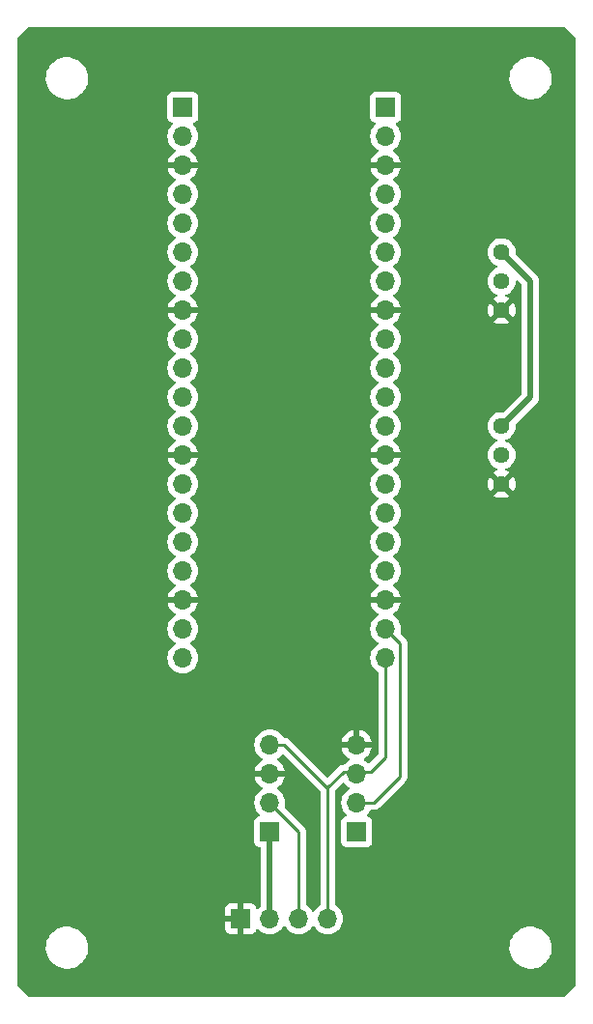
<source format=gbr>
%TF.GenerationSoftware,KiCad,Pcbnew,7.0.7*%
%TF.CreationDate,2023-09-18T08:19:39+09:00*%
%TF.ProjectId,WETHAP_PCB,57455448-4150-45f5-9043-422e6b696361,rev?*%
%TF.SameCoordinates,PX6dac2c0PY8954400*%
%TF.FileFunction,Copper,L1,Top*%
%TF.FilePolarity,Positive*%
%FSLAX46Y46*%
G04 Gerber Fmt 4.6, Leading zero omitted, Abs format (unit mm)*
G04 Created by KiCad (PCBNEW 7.0.7) date 2023-09-18 08:19:39*
%MOMM*%
%LPD*%
G01*
G04 APERTURE LIST*
%TA.AperFunction,ComponentPad*%
%ADD10R,1.700000X1.700000*%
%TD*%
%TA.AperFunction,ComponentPad*%
%ADD11O,1.700000X1.700000*%
%TD*%
%TA.AperFunction,ComponentPad*%
%ADD12C,1.440000*%
%TD*%
%TA.AperFunction,ViaPad*%
%ADD13C,0.800000*%
%TD*%
%TA.AperFunction,Conductor*%
%ADD14C,0.500000*%
%TD*%
%TA.AperFunction,Conductor*%
%ADD15C,0.250000*%
%TD*%
G04 APERTURE END LIST*
D10*
%TO.P,DHT20,1,Pin_1*%
%TO.N,vbus*%
X22160000Y14460000D03*
D11*
%TO.P,DHT20,2,Pin_2*%
%TO.N,scl*%
X22160000Y17000000D03*
%TO.P,DHT20,3,Pin_3*%
%TO.N,gnd*%
X22160000Y19540000D03*
%TO.P,DHT20,4,Pin_4*%
%TO.N,sda*%
X22160000Y22080000D03*
%TD*%
D10*
%TO.P,J1,1,Pin_1*%
%TO.N,unconnected-(J1-Pin_1-Pad1)*%
X14540000Y77960000D03*
D11*
%TO.P,J1,2,Pin_2*%
%TO.N,unconnected-(J1-Pin_2-Pad2)*%
X14540000Y75420000D03*
%TO.P,J1,3,Pin_3*%
%TO.N,gnd*%
X14540000Y72880000D03*
%TO.P,J1,4,Pin_4*%
%TO.N,unconnected-(J1-Pin_4-Pad4)*%
X14540000Y70340000D03*
%TO.P,J1,5,Pin_5*%
%TO.N,unconnected-(J1-Pin_5-Pad5)*%
X14540000Y67800000D03*
%TO.P,J1,6,Pin_6*%
%TO.N,unconnected-(J1-Pin_6-Pad6)*%
X14540000Y65260000D03*
%TO.P,J1,7,Pin_7*%
%TO.N,unconnected-(J1-Pin_7-Pad7)*%
X14540000Y62720000D03*
%TO.P,J1,8,Pin_8*%
%TO.N,gnd*%
X14540000Y60180000D03*
%TO.P,J1,9,Pin_9*%
%TO.N,unconnected-(J1-Pin_9-Pad9)*%
X14540000Y57640000D03*
%TO.P,J1,10,Pin_10*%
%TO.N,unconnected-(J1-Pin_10-Pad10)*%
X14540000Y55100000D03*
%TO.P,J1,11,Pin_11*%
%TO.N,unconnected-(J1-Pin_11-Pad11)*%
X14540000Y52560000D03*
%TO.P,J1,12,Pin_12*%
%TO.N,unconnected-(J1-Pin_12-Pad12)*%
X14540000Y50020000D03*
%TO.P,J1,13,Pin_13*%
%TO.N,gnd*%
X14540000Y47480000D03*
%TO.P,J1,14,Pin_14*%
%TO.N,unconnected-(J1-Pin_14-Pad14)*%
X14540000Y44940000D03*
%TO.P,J1,15,Pin_15*%
%TO.N,unconnected-(J1-Pin_15-Pad15)*%
X14540000Y42400000D03*
%TO.P,J1,16,Pin_16*%
%TO.N,unconnected-(J1-Pin_16-Pad16)*%
X14540000Y39860000D03*
%TO.P,J1,17,Pin_17*%
%TO.N,unconnected-(J1-Pin_17-Pad17)*%
X14540000Y37320000D03*
%TO.P,J1,18,Pin_18*%
%TO.N,gnd*%
X14540000Y34780000D03*
%TO.P,J1,19,Pin_19*%
%TO.N,unconnected-(J1-Pin_19-Pad19)*%
X14540000Y32240000D03*
%TO.P,J1,20,Pin_20*%
%TO.N,unconnected-(J1-Pin_20-Pad20)*%
X14540000Y29700000D03*
%TD*%
D10*
%TO.P,SSD1306,1,Pin_1*%
%TO.N,gnd*%
X19620000Y6840000D03*
D11*
%TO.P,SSD1306,2,Pin_2*%
%TO.N,vbus*%
X22160000Y6840000D03*
%TO.P,SSD1306,3,Pin_3*%
%TO.N,scl*%
X24700000Y6840000D03*
%TO.P,SSD1306,4,Pin_4*%
%TO.N,sda*%
X27240000Y6840000D03*
%TD*%
D12*
%TO.P,RV1,1,1*%
%TO.N,adc_vref*%
X42480000Y50020000D03*
%TO.P,RV1,2,2*%
%TO.N,Net-(J2-Pin_10)*%
X42480000Y47480000D03*
%TO.P,RV1,3,3*%
%TO.N,gnd*%
X42480000Y44940000D03*
%TD*%
D10*
%TO.P,J2,1,Pin_1*%
%TO.N,vbus*%
X32320000Y77960000D03*
D11*
%TO.P,J2,2,Pin_2*%
%TO.N,unconnected-(J2-Pin_2-Pad2)*%
X32320000Y75420000D03*
%TO.P,J2,3,Pin_3*%
%TO.N,gnd*%
X32320000Y72880000D03*
%TO.P,J2,4,Pin_4*%
%TO.N,unconnected-(J2-Pin_4-Pad4)*%
X32320000Y70340000D03*
%TO.P,J2,5,Pin_5*%
%TO.N,unconnected-(J2-Pin_5-Pad5)*%
X32320000Y67800000D03*
%TO.P,J2,6,Pin_6*%
%TO.N,adc_vref*%
X32320000Y65260000D03*
%TO.P,J2,7,Pin_7*%
%TO.N,unconnected-(J2-Pin_7-Pad7)*%
X32320000Y62720000D03*
%TO.P,J2,8,Pin_8*%
%TO.N,gnd*%
X32320000Y60180000D03*
%TO.P,J2,9,Pin_9*%
%TO.N,Net-(J2-Pin_9)*%
X32320000Y57640000D03*
%TO.P,J2,10,Pin_10*%
%TO.N,Net-(J2-Pin_10)*%
X32320000Y55100000D03*
%TO.P,J2,11,Pin_11*%
%TO.N,unconnected-(J2-Pin_11-Pad11)*%
X32320000Y52560000D03*
%TO.P,J2,12,Pin_12*%
%TO.N,unconnected-(J2-Pin_12-Pad12)*%
X32320000Y50020000D03*
%TO.P,J2,13,Pin_13*%
%TO.N,gnd*%
X32320000Y47480000D03*
%TO.P,J2,14,Pin_14*%
%TO.N,unconnected-(J2-Pin_14-Pad14)*%
X32320000Y44940000D03*
%TO.P,J2,15,Pin_15*%
%TO.N,unconnected-(J2-Pin_15-Pad15)*%
X32320000Y42400000D03*
%TO.P,J2,16,Pin_16*%
%TO.N,unconnected-(J2-Pin_16-Pad16)*%
X32320000Y39860000D03*
%TO.P,J2,17,Pin_17*%
%TO.N,unconnected-(J2-Pin_17-Pad17)*%
X32320000Y37320000D03*
%TO.P,J2,18,Pin_18*%
%TO.N,gnd*%
X32320000Y34780000D03*
%TO.P,J2,19,Pin_19*%
%TO.N,scl*%
X32320000Y32240000D03*
%TO.P,J2,20,Pin_20*%
%TO.N,sda*%
X32320000Y29700000D03*
%TD*%
D12*
%TO.P,RV2,1,1*%
%TO.N,adc_vref*%
X42480000Y65260000D03*
%TO.P,RV2,2,2*%
%TO.N,Net-(J2-Pin_9)*%
X42480000Y62720000D03*
%TO.P,RV2,3,3*%
%TO.N,gnd*%
X42480000Y60180000D03*
%TD*%
D10*
%TO.P,BME680,1,Pin_1*%
%TO.N,vbus*%
X29780000Y14460000D03*
D11*
%TO.P,BME680,2,Pin_2*%
%TO.N,scl*%
X29780000Y17000000D03*
%TO.P,BME680,3,Pin_3*%
%TO.N,sda*%
X29780000Y19540000D03*
%TO.P,BME680,4,Pin_4*%
%TO.N,gnd*%
X29780000Y22080000D03*
%TD*%
D13*
%TO.N,gnd*%
X3110000Y24620000D03*
X17080000Y24620000D03*
X22160000Y56370000D03*
X22160000Y43670000D03*
X10730000Y18270000D03*
X45020000Y24620000D03*
X38670000Y81770000D03*
X36130000Y56370000D03*
X25970000Y24620000D03*
X5650000Y11920000D03*
X38670000Y72880000D03*
X45020000Y11920000D03*
X18350000Y69070000D03*
X10730000Y5570000D03*
X10730000Y56370000D03*
X10730000Y69070000D03*
X10730000Y43670000D03*
X40575000Y51290000D03*
X32320000Y11920000D03*
X28510000Y50020000D03*
X46290000Y51290000D03*
X4380000Y75420000D03*
X3110000Y50020000D03*
X45020000Y37320000D03*
X28510000Y37320000D03*
X3110000Y37320000D03*
X46290000Y66530000D03*
X38670000Y5570000D03*
X25970000Y8110000D03*
X18350000Y81770000D03*
X38670000Y18270000D03*
X28510000Y81770000D03*
X41210000Y63990000D03*
X10730000Y30970000D03*
X28510000Y62720000D03*
X3110000Y62720000D03*
X10730000Y81770000D03*
X38670000Y30970000D03*
X17080000Y11920000D03*
X36130000Y43670000D03*
X22160000Y30970000D03*
%TD*%
D14*
%TO.N,vbus*%
X22160000Y6840000D02*
X22160000Y14460000D01*
D15*
%TO.N,scl*%
X24700000Y14460000D02*
X24700000Y6840000D01*
X29780000Y17000000D02*
X31280450Y17000000D01*
X31280450Y17000000D02*
X33590000Y19309550D01*
X33590000Y30970000D02*
X32320000Y32240000D01*
X33590000Y19309550D02*
X33590000Y30970000D01*
X22160000Y17000000D02*
X24700000Y14460000D01*
%TO.N,sda*%
X32320000Y20985496D02*
X31050504Y19716000D01*
X32320000Y29700000D02*
X32320000Y20985496D01*
X27240000Y18270000D02*
X23430000Y22080000D01*
X29780000Y19716000D02*
X28642000Y19716000D01*
X31050504Y19716000D02*
X29780000Y19716000D01*
X27240000Y18314000D02*
X27240000Y18270000D01*
X23430000Y22080000D02*
X22160000Y22080000D01*
X29780000Y19540000D02*
X29780000Y19716000D01*
X28642000Y19716000D02*
X27240000Y18314000D01*
X27240000Y6840000D02*
X27240000Y18270000D01*
D14*
%TO.N,adc_vref*%
X45020000Y52560000D02*
X42480000Y50020000D01*
X42480000Y65260000D02*
X45020000Y62720000D01*
X45020000Y62720000D02*
X45020000Y52560000D01*
%TD*%
%TA.AperFunction,Conductor*%
%TO.N,gnd*%
G36*
X23390064Y21235257D02*
G01*
X23392899Y21232511D01*
X26578181Y18047230D01*
X26611666Y17985907D01*
X26614500Y17959549D01*
X26614500Y8115227D01*
X26594815Y8048188D01*
X26561623Y8013652D01*
X26368597Y7878495D01*
X26201505Y7711403D01*
X26071575Y7525842D01*
X26016998Y7482217D01*
X25947500Y7475023D01*
X25885145Y7506546D01*
X25868425Y7525842D01*
X25738494Y7711403D01*
X25571402Y7878494D01*
X25571401Y7878495D01*
X25378376Y8013653D01*
X25334751Y8068230D01*
X25325500Y8115228D01*
X25325500Y14377263D01*
X25327224Y14392877D01*
X25326938Y14392904D01*
X25327672Y14400667D01*
X25325500Y14469798D01*
X25325500Y14499349D01*
X25325500Y14499350D01*
X25324629Y14506241D01*
X25324172Y14512055D01*
X25322709Y14558626D01*
X25322709Y14558628D01*
X25317120Y14577863D01*
X25313174Y14596916D01*
X25310664Y14616792D01*
X25293501Y14660141D01*
X25291614Y14665654D01*
X25278617Y14710390D01*
X25278616Y14710392D01*
X25268421Y14727631D01*
X25259860Y14745107D01*
X25252486Y14763731D01*
X25252486Y14763733D01*
X25242474Y14777512D01*
X25225083Y14801450D01*
X25221900Y14806295D01*
X25198170Y14846421D01*
X25198165Y14846427D01*
X25184005Y14860587D01*
X25171370Y14875380D01*
X25159593Y14891588D01*
X25123693Y14921287D01*
X25119381Y14925210D01*
X23500237Y16544354D01*
X23466752Y16605677D01*
X23468142Y16664124D01*
X23495063Y16764592D01*
X23515659Y17000000D01*
X23495063Y17235408D01*
X23433903Y17463663D01*
X23334035Y17677829D01*
X23333591Y17678464D01*
X23198494Y17871403D01*
X23031402Y18038494D01*
X23031401Y18038495D01*
X22845842Y18168425D01*
X22845405Y18168731D01*
X22801781Y18223308D01*
X22794588Y18292807D01*
X22826110Y18355161D01*
X22845405Y18371881D01*
X23031082Y18501895D01*
X23198105Y18668918D01*
X23333600Y18862422D01*
X23433429Y19076508D01*
X23433432Y19076514D01*
X23490636Y19290000D01*
X22773347Y19290000D01*
X22706308Y19309685D01*
X22660553Y19362489D01*
X22650609Y19431647D01*
X22654369Y19448933D01*
X22660000Y19468112D01*
X22660000Y19611889D01*
X22654369Y19631067D01*
X22654370Y19700936D01*
X22692145Y19759714D01*
X22755701Y19788738D01*
X22773347Y19790000D01*
X23490636Y19790000D01*
X23490635Y19790001D01*
X23433432Y20003487D01*
X23433429Y20003493D01*
X23333600Y20217578D01*
X23333599Y20217580D01*
X23198113Y20411074D01*
X23198108Y20411080D01*
X23031078Y20578110D01*
X22845405Y20708121D01*
X22801780Y20762698D01*
X22794588Y20832196D01*
X22826110Y20894551D01*
X22845406Y20911270D01*
X22881111Y20936271D01*
X23031401Y21041505D01*
X23198495Y21208599D01*
X23203638Y21215946D01*
X23258209Y21259574D01*
X23327706Y21266774D01*
X23390064Y21235257D01*
G37*
%TD.AperFunction*%
%TA.AperFunction,Conductor*%
G36*
X48016177Y84979815D02*
G01*
X48036819Y84963181D01*
X48963182Y84036818D01*
X48996666Y83975497D01*
X48999500Y83949139D01*
X48999500Y1050862D01*
X48979815Y983823D01*
X48963181Y963181D01*
X48036819Y36819D01*
X47975496Y3334D01*
X47949138Y500D01*
X1050862Y500D01*
X983823Y20185D01*
X963181Y36819D01*
X36819Y963181D01*
X3334Y1024504D01*
X500Y1050862D01*
X500Y4232237D01*
X2525787Y4232237D01*
X2555413Y3962987D01*
X2555415Y3962976D01*
X2623926Y3700918D01*
X2623928Y3700912D01*
X2729870Y3451610D01*
X2801998Y3333425D01*
X2870979Y3220395D01*
X2870986Y3220385D01*
X3044253Y3012181D01*
X3044259Y3012176D01*
X3245998Y2831418D01*
X3471910Y2681956D01*
X3717176Y2566980D01*
X3717183Y2566978D01*
X3717185Y2566977D01*
X3976557Y2488943D01*
X3976564Y2488942D01*
X3976569Y2488940D01*
X4244561Y2449500D01*
X4244566Y2449500D01*
X4447636Y2449500D01*
X4499133Y2453270D01*
X4650156Y2464323D01*
X4762758Y2489407D01*
X4914546Y2523218D01*
X4914548Y2523219D01*
X4914553Y2523220D01*
X5167558Y2619986D01*
X5403777Y2752559D01*
X5618177Y2918112D01*
X5806186Y3113119D01*
X5963799Y3333421D01*
X6037787Y3477331D01*
X6087649Y3574310D01*
X6087651Y3574316D01*
X6087656Y3574325D01*
X6175118Y3830695D01*
X6224319Y4097067D01*
X6229259Y4232237D01*
X43165787Y4232237D01*
X43195413Y3962987D01*
X43195415Y3962976D01*
X43263926Y3700918D01*
X43263928Y3700912D01*
X43369870Y3451610D01*
X43441998Y3333425D01*
X43510979Y3220395D01*
X43510986Y3220385D01*
X43684253Y3012181D01*
X43684259Y3012176D01*
X43885998Y2831418D01*
X44111910Y2681956D01*
X44357176Y2566980D01*
X44357183Y2566978D01*
X44357185Y2566977D01*
X44616557Y2488943D01*
X44616564Y2488942D01*
X44616569Y2488940D01*
X44884561Y2449500D01*
X44884566Y2449500D01*
X45087636Y2449500D01*
X45139133Y2453270D01*
X45290156Y2464323D01*
X45402758Y2489407D01*
X45554546Y2523218D01*
X45554548Y2523219D01*
X45554553Y2523220D01*
X45807558Y2619986D01*
X46043777Y2752559D01*
X46258177Y2918112D01*
X46446186Y3113119D01*
X46603799Y3333421D01*
X46677787Y3477331D01*
X46727649Y3574310D01*
X46727651Y3574316D01*
X46727656Y3574325D01*
X46815118Y3830695D01*
X46864319Y4097067D01*
X46874212Y4367765D01*
X46844586Y4637018D01*
X46776072Y4899088D01*
X46670130Y5148390D01*
X46529018Y5379610D01*
X46439747Y5486881D01*
X46355746Y5587820D01*
X46355740Y5587825D01*
X46154002Y5768582D01*
X45928092Y5918043D01*
X45915771Y5923819D01*
X45682824Y6033020D01*
X45682819Y6033022D01*
X45682814Y6033024D01*
X45423442Y6111058D01*
X45423428Y6111061D01*
X45307791Y6128079D01*
X45155439Y6150500D01*
X44952369Y6150500D01*
X44952364Y6150500D01*
X44749844Y6135677D01*
X44749831Y6135675D01*
X44485453Y6076783D01*
X44485446Y6076780D01*
X44232439Y5980013D01*
X43996226Y5847443D01*
X43781822Y5681888D01*
X43593822Y5486891D01*
X43593816Y5486884D01*
X43436202Y5266581D01*
X43436199Y5266576D01*
X43312350Y5025691D01*
X43312343Y5025673D01*
X43224884Y4769315D01*
X43224881Y4769301D01*
X43175681Y4502932D01*
X43175680Y4502925D01*
X43165787Y4232237D01*
X6229259Y4232237D01*
X6234212Y4367765D01*
X6204586Y4637018D01*
X6136072Y4899088D01*
X6030130Y5148390D01*
X5889018Y5379610D01*
X5799747Y5486881D01*
X5715746Y5587820D01*
X5715740Y5587825D01*
X5514002Y5768582D01*
X5288092Y5918043D01*
X5275771Y5923819D01*
X5042824Y6033020D01*
X5042819Y6033022D01*
X5042814Y6033024D01*
X4783442Y6111058D01*
X4783428Y6111061D01*
X4667791Y6128079D01*
X4515439Y6150500D01*
X4312369Y6150500D01*
X4312364Y6150500D01*
X4109844Y6135677D01*
X4109831Y6135675D01*
X3845453Y6076783D01*
X3845446Y6076780D01*
X3592439Y5980013D01*
X3356226Y5847443D01*
X3141822Y5681888D01*
X2953822Y5486891D01*
X2953816Y5486884D01*
X2796202Y5266581D01*
X2796199Y5266576D01*
X2672350Y5025691D01*
X2672343Y5025673D01*
X2584884Y4769315D01*
X2584881Y4769301D01*
X2535681Y4502932D01*
X2535680Y4502925D01*
X2525787Y4232237D01*
X500Y4232237D01*
X500Y7090001D01*
X18269999Y7090001D01*
X18270000Y7090000D01*
X19006653Y7090000D01*
X19073692Y7070315D01*
X19119447Y7017511D01*
X19129391Y6948353D01*
X19125631Y6931067D01*
X19120000Y6911889D01*
X19120000Y6768112D01*
X19125631Y6748933D01*
X19125630Y6679064D01*
X19087855Y6620286D01*
X19024299Y6591262D01*
X19006653Y6590000D01*
X18270000Y6590000D01*
X18270000Y5942156D01*
X18276401Y5882628D01*
X18276403Y5882621D01*
X18326645Y5747914D01*
X18326649Y5747907D01*
X18412809Y5632813D01*
X18412812Y5632810D01*
X18527906Y5546650D01*
X18527913Y5546646D01*
X18662620Y5496404D01*
X18662627Y5496402D01*
X18722155Y5490001D01*
X18722172Y5490000D01*
X19370000Y5490000D01*
X19370000Y6227699D01*
X19389685Y6294738D01*
X19442489Y6340493D01*
X19511647Y6350437D01*
X19584237Y6340000D01*
X19584238Y6340000D01*
X19655762Y6340000D01*
X19655763Y6340000D01*
X19728353Y6350437D01*
X19797512Y6340493D01*
X19850315Y6294738D01*
X19870000Y6227699D01*
X19870000Y5490000D01*
X20517828Y5490000D01*
X20517844Y5490001D01*
X20577372Y5496402D01*
X20577379Y5496404D01*
X20712086Y5546646D01*
X20712093Y5546650D01*
X20827187Y5632810D01*
X20827190Y5632813D01*
X20913350Y5747907D01*
X20913354Y5747914D01*
X20962422Y5879471D01*
X21004293Y5935405D01*
X21069757Y5959822D01*
X21138030Y5944970D01*
X21166285Y5923819D01*
X21288599Y5801505D01*
X21335618Y5768582D01*
X21482165Y5665968D01*
X21482167Y5665967D01*
X21482170Y5665965D01*
X21696337Y5566097D01*
X21924592Y5504937D01*
X22095319Y5490000D01*
X22159999Y5484341D01*
X22160000Y5484341D01*
X22160001Y5484341D01*
X22224681Y5490000D01*
X22395408Y5504937D01*
X22623663Y5566097D01*
X22837830Y5665965D01*
X23031401Y5801505D01*
X23198495Y5968599D01*
X23328424Y6154158D01*
X23383002Y6197783D01*
X23452500Y6204977D01*
X23514855Y6173454D01*
X23531575Y6154158D01*
X23661500Y5968605D01*
X23661505Y5968599D01*
X23828599Y5801505D01*
X23875618Y5768582D01*
X24022165Y5665968D01*
X24022167Y5665967D01*
X24022170Y5665965D01*
X24236337Y5566097D01*
X24464592Y5504937D01*
X24635319Y5490000D01*
X24699999Y5484341D01*
X24700000Y5484341D01*
X24700001Y5484341D01*
X24764681Y5490000D01*
X24935408Y5504937D01*
X25163663Y5566097D01*
X25377830Y5665965D01*
X25571401Y5801505D01*
X25738495Y5968599D01*
X25868424Y6154158D01*
X25923002Y6197783D01*
X25992500Y6204977D01*
X26054855Y6173454D01*
X26071575Y6154158D01*
X26201500Y5968605D01*
X26201505Y5968599D01*
X26368599Y5801505D01*
X26415618Y5768582D01*
X26562165Y5665968D01*
X26562167Y5665967D01*
X26562170Y5665965D01*
X26776337Y5566097D01*
X27004592Y5504937D01*
X27175319Y5490000D01*
X27239999Y5484341D01*
X27240000Y5484341D01*
X27240001Y5484341D01*
X27304681Y5490000D01*
X27475408Y5504937D01*
X27703663Y5566097D01*
X27917830Y5665965D01*
X28111401Y5801505D01*
X28278495Y5968599D01*
X28414035Y6162170D01*
X28513903Y6376337D01*
X28575063Y6604592D01*
X28595659Y6840000D01*
X28575063Y7075408D01*
X28513903Y7303663D01*
X28414035Y7517829D01*
X28408425Y7525842D01*
X28278494Y7711403D01*
X28111402Y7878494D01*
X28111401Y7878495D01*
X27918376Y8013653D01*
X27874751Y8068230D01*
X27865500Y8115228D01*
X27865500Y18003549D01*
X27885185Y18070588D01*
X27901815Y18091226D01*
X28528981Y18718393D01*
X28590302Y18751876D01*
X28659993Y18746892D01*
X28715927Y18705021D01*
X28718210Y18701867D01*
X28741282Y18668918D01*
X28741506Y18668598D01*
X28908597Y18501507D01*
X28908603Y18501502D01*
X29094158Y18371575D01*
X29137783Y18316998D01*
X29144977Y18247500D01*
X29113454Y18185145D01*
X29094158Y18168425D01*
X28908597Y18038495D01*
X28741505Y17871403D01*
X28605965Y17677831D01*
X28605964Y17677829D01*
X28506098Y17463665D01*
X28506094Y17463656D01*
X28444938Y17235414D01*
X28444936Y17235404D01*
X28424341Y17000001D01*
X28424341Y17000000D01*
X28444936Y16764597D01*
X28444938Y16764587D01*
X28506094Y16536345D01*
X28506096Y16536341D01*
X28506097Y16536337D01*
X28552630Y16436547D01*
X28605965Y16322170D01*
X28605967Y16322166D01*
X28714281Y16167479D01*
X28741501Y16128604D01*
X28741506Y16128598D01*
X28863430Y16006674D01*
X28896915Y15945351D01*
X28891931Y15875659D01*
X28850059Y15819726D01*
X28819083Y15802811D01*
X28687669Y15753797D01*
X28687664Y15753794D01*
X28572455Y15667548D01*
X28572452Y15667545D01*
X28486206Y15552336D01*
X28486202Y15552329D01*
X28435908Y15417483D01*
X28429501Y15357884D01*
X28429501Y15357877D01*
X28429500Y15357865D01*
X28429500Y13562130D01*
X28429501Y13562124D01*
X28435908Y13502517D01*
X28486202Y13367672D01*
X28486206Y13367665D01*
X28572452Y13252456D01*
X28572455Y13252453D01*
X28687664Y13166207D01*
X28687671Y13166203D01*
X28822517Y13115909D01*
X28822516Y13115909D01*
X28829444Y13115165D01*
X28882127Y13109500D01*
X30677872Y13109501D01*
X30737483Y13115909D01*
X30872331Y13166204D01*
X30987546Y13252454D01*
X31073796Y13367669D01*
X31124091Y13502517D01*
X31130500Y13562127D01*
X31130499Y15357872D01*
X31124091Y15417483D01*
X31073796Y15552331D01*
X31073795Y15552332D01*
X31073793Y15552336D01*
X30987547Y15667545D01*
X30987544Y15667548D01*
X30872335Y15753794D01*
X30872328Y15753798D01*
X30740917Y15802811D01*
X30684983Y15844682D01*
X30660566Y15910147D01*
X30675418Y15978420D01*
X30696563Y16006668D01*
X30818495Y16128599D01*
X30953651Y16321623D01*
X31008229Y16365248D01*
X31055227Y16374500D01*
X31197707Y16374500D01*
X31213327Y16372776D01*
X31213354Y16373061D01*
X31221110Y16372329D01*
X31221117Y16372327D01*
X31290264Y16374500D01*
X31319800Y16374500D01*
X31326678Y16375370D01*
X31332491Y16375828D01*
X31379077Y16377291D01*
X31398319Y16382883D01*
X31417362Y16386826D01*
X31437242Y16389336D01*
X31480572Y16406493D01*
X31486096Y16408383D01*
X31489846Y16409473D01*
X31530840Y16421382D01*
X31548079Y16431578D01*
X31565553Y16440138D01*
X31584177Y16447512D01*
X31584177Y16447513D01*
X31584182Y16447514D01*
X31621899Y16474918D01*
X31626755Y16478108D01*
X31666870Y16501830D01*
X31681039Y16516001D01*
X31695829Y16528632D01*
X31712037Y16540406D01*
X31741749Y16576324D01*
X31745662Y16580624D01*
X33973788Y18808749D01*
X33986042Y18818564D01*
X33985859Y18818786D01*
X33991866Y18823758D01*
X33991877Y18823764D01*
X34027939Y18862166D01*
X34039227Y18874186D01*
X34049671Y18884632D01*
X34060120Y18895079D01*
X34064379Y18900572D01*
X34068152Y18904989D01*
X34100062Y18938968D01*
X34109715Y18956530D01*
X34120389Y18972780D01*
X34132673Y18988614D01*
X34151180Y19031383D01*
X34153749Y19036626D01*
X34174190Y19073808D01*
X34176197Y19077458D01*
X34181177Y19096859D01*
X34187478Y19115262D01*
X34195438Y19133654D01*
X34202730Y19179701D01*
X34203911Y19185398D01*
X34215500Y19230531D01*
X34215500Y19250567D01*
X34217027Y19269968D01*
X34220160Y19289746D01*
X34215775Y19336135D01*
X34215500Y19341973D01*
X34215500Y30887263D01*
X34217224Y30902877D01*
X34216938Y30902904D01*
X34217672Y30910667D01*
X34215500Y30979797D01*
X34215500Y31009349D01*
X34215500Y31009350D01*
X34214629Y31016241D01*
X34214172Y31022055D01*
X34212709Y31068628D01*
X34207122Y31087856D01*
X34203174Y31106916D01*
X34200664Y31126792D01*
X34183507Y31170125D01*
X34181619Y31175641D01*
X34168619Y31220388D01*
X34158418Y31237637D01*
X34149860Y31255106D01*
X34142486Y31273732D01*
X34142483Y31273736D01*
X34142483Y31273737D01*
X34115098Y31311429D01*
X34111890Y31316313D01*
X34088172Y31356418D01*
X34088163Y31356429D01*
X34074005Y31370587D01*
X34061370Y31385380D01*
X34049593Y31401588D01*
X34013693Y31431287D01*
X34009381Y31435210D01*
X33660237Y31784354D01*
X33626752Y31845677D01*
X33628142Y31904124D01*
X33655063Y32004592D01*
X33675659Y32240000D01*
X33655063Y32475408D01*
X33593903Y32703663D01*
X33494035Y32917829D01*
X33358495Y33111401D01*
X33358494Y33111403D01*
X33191402Y33278494D01*
X33191401Y33278495D01*
X33005405Y33408731D01*
X32961781Y33463308D01*
X32954588Y33532807D01*
X32986110Y33595161D01*
X33005405Y33611881D01*
X33191082Y33741895D01*
X33358105Y33908918D01*
X33493600Y34102422D01*
X33593429Y34316508D01*
X33593432Y34316514D01*
X33650636Y34530000D01*
X32933347Y34530000D01*
X32866308Y34549685D01*
X32820553Y34602489D01*
X32810609Y34671647D01*
X32814369Y34688933D01*
X32820000Y34708112D01*
X32820000Y34851889D01*
X32814369Y34871067D01*
X32814370Y34940936D01*
X32852145Y34999714D01*
X32915701Y35028738D01*
X32933347Y35030000D01*
X33650636Y35030000D01*
X33650635Y35030001D01*
X33593432Y35243487D01*
X33593429Y35243493D01*
X33493600Y35457578D01*
X33493599Y35457580D01*
X33358113Y35651074D01*
X33358108Y35651080D01*
X33191078Y35818110D01*
X33005405Y35948121D01*
X32961780Y36002698D01*
X32954588Y36072196D01*
X32986110Y36134551D01*
X33005406Y36151270D01*
X33191401Y36281505D01*
X33358495Y36448599D01*
X33494035Y36642170D01*
X33593903Y36856337D01*
X33655063Y37084592D01*
X33675659Y37320000D01*
X33655063Y37555408D01*
X33593903Y37783663D01*
X33494035Y37997829D01*
X33358495Y38191401D01*
X33358494Y38191403D01*
X33191402Y38358494D01*
X33191401Y38358495D01*
X33005842Y38488425D01*
X33005841Y38488426D01*
X32962216Y38543003D01*
X32955024Y38612502D01*
X32986546Y38674856D01*
X33005836Y38691572D01*
X33191401Y38821505D01*
X33358495Y38988599D01*
X33494035Y39182170D01*
X33593903Y39396337D01*
X33655063Y39624592D01*
X33675659Y39860000D01*
X33655063Y40095408D01*
X33593903Y40323663D01*
X33494035Y40537829D01*
X33358495Y40731401D01*
X33358494Y40731403D01*
X33191402Y40898494D01*
X33191396Y40898499D01*
X33005842Y41028425D01*
X32962217Y41083002D01*
X32955023Y41152500D01*
X32986546Y41214855D01*
X33005842Y41231575D01*
X33028026Y41247109D01*
X33191401Y41361505D01*
X33358495Y41528599D01*
X33494035Y41722170D01*
X33593903Y41936337D01*
X33655063Y42164592D01*
X33675659Y42400000D01*
X33655063Y42635408D01*
X33593903Y42863663D01*
X33494035Y43077829D01*
X33358495Y43271401D01*
X33358494Y43271403D01*
X33191402Y43438494D01*
X33191401Y43438495D01*
X33005842Y43568425D01*
X33005841Y43568426D01*
X32962216Y43623003D01*
X32955024Y43692502D01*
X32986546Y43754856D01*
X33005836Y43771572D01*
X33191401Y43901505D01*
X33358495Y44068599D01*
X33494035Y44262170D01*
X33593903Y44476337D01*
X33655063Y44704592D01*
X33675659Y44940000D01*
X33655063Y45175408D01*
X33593903Y45403663D01*
X33494035Y45617829D01*
X33358495Y45811401D01*
X33358494Y45811403D01*
X33191402Y45978494D01*
X33191401Y45978495D01*
X33005405Y46108731D01*
X32961781Y46163308D01*
X32954588Y46232807D01*
X32986110Y46295161D01*
X33005405Y46311881D01*
X33191082Y46441895D01*
X33358105Y46608918D01*
X33493600Y46802422D01*
X33593429Y47016508D01*
X33593432Y47016514D01*
X33650636Y47230000D01*
X32933347Y47230000D01*
X32866308Y47249685D01*
X32820553Y47302489D01*
X32810609Y47371647D01*
X32814369Y47388933D01*
X32820000Y47408112D01*
X32820000Y47479999D01*
X41254838Y47479999D01*
X41273450Y47267259D01*
X41273452Y47267248D01*
X41328721Y47060978D01*
X41328723Y47060974D01*
X41328724Y47060970D01*
X41349457Y47016508D01*
X41418977Y46867422D01*
X41541472Y46692479D01*
X41692478Y46541473D01*
X41692481Y46541471D01*
X41867419Y46418979D01*
X41867421Y46418978D01*
X41867420Y46418978D01*
X41931936Y46388894D01*
X42060970Y46328724D01*
X42060983Y46328721D01*
X42066064Y46326870D01*
X42065390Y46325022D01*
X42117680Y46293143D01*
X42148204Y46230293D01*
X42139903Y46160918D01*
X42095413Y46107044D01*
X42065904Y46093568D01*
X42066236Y46092658D01*
X42061140Y46090803D01*
X41867667Y46000586D01*
X41811967Y45961586D01*
X42296133Y45477420D01*
X42329618Y45416097D01*
X42324634Y45346405D01*
X42282762Y45290472D01*
X42264748Y45279255D01*
X42241956Y45267642D01*
X42241949Y45267637D01*
X42152363Y45178051D01*
X42152358Y45178044D01*
X42140745Y45155252D01*
X42092770Y45104456D01*
X42024949Y45087662D01*
X41958814Y45110200D01*
X41942580Y45123867D01*
X41458414Y45608033D01*
X41419414Y45552333D01*
X41329197Y45358860D01*
X41329194Y45358854D01*
X41273945Y45152663D01*
X41273944Y45152655D01*
X41255340Y44940003D01*
X41255340Y44939998D01*
X41273944Y44727346D01*
X41273945Y44727338D01*
X41329194Y44521147D01*
X41329197Y44521141D01*
X41419412Y44327672D01*
X41419413Y44327670D01*
X41458415Y44271970D01*
X41458415Y44271969D01*
X41942580Y44756134D01*
X42003903Y44789619D01*
X42073594Y44784635D01*
X42129528Y44742764D01*
X42140742Y44724754D01*
X42152359Y44701955D01*
X42152361Y44701953D01*
X42152363Y44701950D01*
X42241949Y44612364D01*
X42241951Y44612363D01*
X42241955Y44612359D01*
X42264747Y44600746D01*
X42315542Y44552772D01*
X42332337Y44484951D01*
X42309799Y44418816D01*
X42296132Y44402581D01*
X41811967Y43918417D01*
X41867670Y43879414D01*
X42061140Y43789198D01*
X42061146Y43789195D01*
X42267337Y43733946D01*
X42267345Y43733945D01*
X42479998Y43715340D01*
X42480002Y43715340D01*
X42692654Y43733945D01*
X42692662Y43733946D01*
X42898853Y43789195D01*
X42898859Y43789198D01*
X43092330Y43879414D01*
X43092336Y43879418D01*
X43148031Y43918416D01*
X42663866Y44402581D01*
X42630381Y44463904D01*
X42635365Y44533596D01*
X42677237Y44589529D01*
X42695245Y44600742D01*
X42718045Y44612359D01*
X42807641Y44701955D01*
X42819254Y44724748D01*
X42867225Y44775542D01*
X42935046Y44792339D01*
X43001181Y44769803D01*
X43017419Y44756134D01*
X43501584Y44271969D01*
X43540582Y44327664D01*
X43540586Y44327670D01*
X43630802Y44521141D01*
X43630805Y44521147D01*
X43686054Y44727338D01*
X43686055Y44727346D01*
X43704660Y44939998D01*
X43704660Y44940003D01*
X43686055Y45152655D01*
X43686054Y45152663D01*
X43630805Y45358854D01*
X43630802Y45358860D01*
X43540586Y45552330D01*
X43501583Y45608033D01*
X43017419Y45123868D01*
X42956096Y45090383D01*
X42886404Y45095367D01*
X42830471Y45137239D01*
X42819256Y45155249D01*
X42807641Y45178045D01*
X42807637Y45178049D01*
X42807636Y45178051D01*
X42718050Y45267637D01*
X42718047Y45267639D01*
X42718045Y45267641D01*
X42695250Y45279256D01*
X42644456Y45327229D01*
X42627661Y45395050D01*
X42650198Y45461185D01*
X42663866Y45477420D01*
X43148031Y45961585D01*
X43092330Y46000587D01*
X43092328Y46000588D01*
X42898859Y46090803D01*
X42893764Y46092658D01*
X42894455Y46094557D01*
X42842325Y46126333D01*
X42811797Y46189180D01*
X42820093Y46258556D01*
X42864579Y46312433D01*
X42894257Y46325986D01*
X42893936Y46326870D01*
X42899013Y46328720D01*
X42899030Y46328724D01*
X43092581Y46418979D01*
X43267519Y46541471D01*
X43418529Y46692481D01*
X43541021Y46867419D01*
X43631276Y47060970D01*
X43686549Y47267253D01*
X43705162Y47480000D01*
X43686549Y47692747D01*
X43631276Y47899030D01*
X43541021Y48092581D01*
X43418529Y48267519D01*
X43418527Y48267522D01*
X43267521Y48418528D01*
X43092578Y48541023D01*
X43092579Y48541023D01*
X42963547Y48601191D01*
X42899030Y48631276D01*
X42899023Y48631278D01*
X42893936Y48633130D01*
X42894703Y48635238D01*
X42843245Y48666643D01*
X42812751Y48729507D01*
X42821085Y48798878D01*
X42865601Y48852731D01*
X42894318Y48865821D01*
X42893936Y48866870D01*
X42899013Y48868720D01*
X42899030Y48868724D01*
X43092581Y48958979D01*
X43267519Y49081471D01*
X43418529Y49232481D01*
X43541021Y49407419D01*
X43631276Y49600970D01*
X43686549Y49807253D01*
X43705162Y50020000D01*
X43697023Y50113018D01*
X43710789Y50181514D01*
X43732867Y50211501D01*
X45505638Y51984273D01*
X45519267Y51996050D01*
X45538530Y52010390D01*
X45538532Y52010394D01*
X45538534Y52010394D01*
X45556663Y52032001D01*
X45572113Y52050415D01*
X45575767Y52054401D01*
X45581590Y52060223D01*
X45601923Y52085940D01*
X45651302Y52144786D01*
X45651309Y52144802D01*
X45655272Y52150824D01*
X45655324Y52150790D01*
X45659371Y52157142D01*
X45659317Y52157175D01*
X45663104Y52163316D01*
X45663110Y52163323D01*
X45695561Y52232914D01*
X45730036Y52301560D01*
X45730040Y52301567D01*
X45730042Y52301579D01*
X45732510Y52308356D01*
X45732568Y52308335D01*
X45735043Y52315454D01*
X45734985Y52315473D01*
X45737256Y52322328D01*
X45737723Y52324587D01*
X45752784Y52397533D01*
X45770500Y52472279D01*
X45770500Y52472280D01*
X45771339Y52479452D01*
X45771397Y52479446D01*
X45772164Y52486944D01*
X45772104Y52486949D01*
X45772733Y52494140D01*
X45770500Y52570897D01*
X45770500Y62656295D01*
X45771809Y62674265D01*
X45775289Y62698026D01*
X45770736Y62750061D01*
X45770500Y62755468D01*
X45770500Y62763703D01*
X45770500Y62763704D01*
X45770500Y62763709D01*
X45766691Y62796293D01*
X45759998Y62872798D01*
X45759996Y62872803D01*
X45758538Y62879867D01*
X45758597Y62879880D01*
X45756967Y62887236D01*
X45756908Y62887221D01*
X45755242Y62894247D01*
X45755241Y62894255D01*
X45728973Y62966427D01*
X45728972Y62966428D01*
X45704815Y63039334D01*
X45701763Y63045879D01*
X45701817Y63045905D01*
X45698533Y63052688D01*
X45698480Y63052660D01*
X45695238Y63059115D01*
X45695237Y63059117D01*
X45653029Y63123291D01*
X45612711Y63188656D01*
X45612710Y63188657D01*
X45612709Y63188659D01*
X45608233Y63194319D01*
X45608280Y63194357D01*
X45603519Y63200201D01*
X45603474Y63200162D01*
X45598834Y63205692D01*
X45542964Y63258404D01*
X43732870Y65068498D01*
X43699385Y65129821D01*
X43697023Y65166982D01*
X43705162Y65260000D01*
X43686549Y65472747D01*
X43631276Y65679030D01*
X43541021Y65872581D01*
X43418529Y66047519D01*
X43418527Y66047522D01*
X43267521Y66198528D01*
X43092578Y66321023D01*
X43092579Y66321023D01*
X42963547Y66381191D01*
X42899030Y66411276D01*
X42899026Y66411277D01*
X42899022Y66411279D01*
X42692752Y66466548D01*
X42692748Y66466549D01*
X42692747Y66466549D01*
X42692746Y66466550D01*
X42692741Y66466550D01*
X42480002Y66485162D01*
X42479998Y66485162D01*
X42267258Y66466550D01*
X42267247Y66466548D01*
X42060977Y66411279D01*
X42060968Y66411275D01*
X41867421Y66321023D01*
X41692478Y66198528D01*
X41541472Y66047522D01*
X41418977Y65872579D01*
X41328725Y65679032D01*
X41328721Y65679023D01*
X41273452Y65472753D01*
X41273450Y65472742D01*
X41254838Y65260002D01*
X41254838Y65259999D01*
X41273450Y65047259D01*
X41273452Y65047248D01*
X41328721Y64840978D01*
X41328723Y64840974D01*
X41328724Y64840970D01*
X41371171Y64749942D01*
X41418977Y64647422D01*
X41541472Y64472479D01*
X41692478Y64321473D01*
X41692481Y64321471D01*
X41867419Y64198979D01*
X41867421Y64198978D01*
X41867420Y64198978D01*
X41931936Y64168894D01*
X42060970Y64108724D01*
X42060983Y64108721D01*
X42066064Y64106870D01*
X42065292Y64104750D01*
X42116710Y64073406D01*
X42147237Y64010558D01*
X42138939Y63941183D01*
X42094452Y63887307D01*
X42065685Y63874170D01*
X42066064Y63873130D01*
X42060972Y63871277D01*
X42060970Y63871276D01*
X42060967Y63871275D01*
X42060968Y63871275D01*
X41867421Y63781023D01*
X41692478Y63658528D01*
X41541472Y63507522D01*
X41418977Y63332579D01*
X41328725Y63139032D01*
X41328721Y63139023D01*
X41273452Y62932753D01*
X41273450Y62932742D01*
X41254838Y62720002D01*
X41254838Y62719999D01*
X41273450Y62507259D01*
X41273452Y62507248D01*
X41328721Y62300978D01*
X41328723Y62300974D01*
X41328724Y62300970D01*
X41371171Y62209942D01*
X41418977Y62107422D01*
X41541472Y61932479D01*
X41692478Y61781473D01*
X41692481Y61781471D01*
X41867419Y61658979D01*
X41867421Y61658978D01*
X41867420Y61658978D01*
X41931936Y61628894D01*
X42060970Y61568724D01*
X42060983Y61568721D01*
X42066064Y61566870D01*
X42065390Y61565022D01*
X42117680Y61533143D01*
X42148204Y61470293D01*
X42139903Y61400918D01*
X42095413Y61347044D01*
X42065904Y61333568D01*
X42066236Y61332658D01*
X42061140Y61330803D01*
X41867667Y61240586D01*
X41811967Y61201586D01*
X42296133Y60717420D01*
X42329618Y60656097D01*
X42324634Y60586405D01*
X42282762Y60530472D01*
X42264748Y60519255D01*
X42241956Y60507642D01*
X42241949Y60507637D01*
X42152363Y60418051D01*
X42152358Y60418044D01*
X42140745Y60395252D01*
X42092770Y60344456D01*
X42024949Y60327662D01*
X41958814Y60350200D01*
X41942580Y60363867D01*
X41458414Y60848033D01*
X41419414Y60792333D01*
X41329197Y60598860D01*
X41329194Y60598854D01*
X41273945Y60392663D01*
X41273944Y60392655D01*
X41255340Y60180003D01*
X41255340Y60179998D01*
X41273944Y59967346D01*
X41273945Y59967338D01*
X41329194Y59761147D01*
X41329197Y59761141D01*
X41419412Y59567672D01*
X41419413Y59567670D01*
X41458415Y59511970D01*
X41458415Y59511969D01*
X41942580Y59996134D01*
X42003903Y60029619D01*
X42073594Y60024635D01*
X42129528Y59982764D01*
X42140742Y59964754D01*
X42152359Y59941955D01*
X42152361Y59941953D01*
X42152363Y59941950D01*
X42241949Y59852364D01*
X42241951Y59852363D01*
X42241955Y59852359D01*
X42264747Y59840746D01*
X42315542Y59792772D01*
X42332337Y59724951D01*
X42309799Y59658816D01*
X42296132Y59642581D01*
X41811967Y59158417D01*
X41867670Y59119414D01*
X42061140Y59029198D01*
X42061146Y59029195D01*
X42267337Y58973946D01*
X42267345Y58973945D01*
X42479998Y58955340D01*
X42480002Y58955340D01*
X42692654Y58973945D01*
X42692662Y58973946D01*
X42898853Y59029195D01*
X42898859Y59029198D01*
X43092330Y59119414D01*
X43092336Y59119418D01*
X43148031Y59158416D01*
X42663866Y59642581D01*
X42630381Y59703904D01*
X42635365Y59773596D01*
X42677237Y59829529D01*
X42695245Y59840742D01*
X42718045Y59852359D01*
X42807641Y59941955D01*
X42819254Y59964748D01*
X42867225Y60015542D01*
X42935046Y60032339D01*
X43001181Y60009803D01*
X43017419Y59996134D01*
X43501584Y59511969D01*
X43540582Y59567664D01*
X43540586Y59567670D01*
X43630802Y59761141D01*
X43630805Y59761147D01*
X43686054Y59967338D01*
X43686055Y59967346D01*
X43704660Y60179998D01*
X43704660Y60180003D01*
X43686055Y60392655D01*
X43686054Y60392663D01*
X43630805Y60598854D01*
X43630802Y60598860D01*
X43540586Y60792330D01*
X43501583Y60848033D01*
X43017419Y60363868D01*
X42956096Y60330383D01*
X42886404Y60335367D01*
X42830471Y60377239D01*
X42819256Y60395249D01*
X42807641Y60418045D01*
X42807637Y60418049D01*
X42807636Y60418051D01*
X42718050Y60507637D01*
X42718047Y60507639D01*
X42718045Y60507641D01*
X42695250Y60519256D01*
X42644456Y60567229D01*
X42627661Y60635050D01*
X42650198Y60701185D01*
X42663866Y60717420D01*
X43148031Y61201585D01*
X43092330Y61240587D01*
X43092328Y61240588D01*
X42898859Y61330803D01*
X42893764Y61332658D01*
X42894455Y61334557D01*
X42842325Y61366333D01*
X42811797Y61429180D01*
X42820093Y61498556D01*
X42864579Y61552433D01*
X42894257Y61565986D01*
X42893936Y61566870D01*
X42899013Y61568720D01*
X42899030Y61568724D01*
X43092581Y61658979D01*
X43267519Y61781471D01*
X43418529Y61932481D01*
X43541021Y62107419D01*
X43631276Y62300970D01*
X43686549Y62507253D01*
X43702377Y62688175D01*
X43727829Y62753242D01*
X43784420Y62794221D01*
X43854182Y62798099D01*
X43913586Y62765047D01*
X44233181Y62445452D01*
X44266666Y62384129D01*
X44269500Y62357771D01*
X44269500Y52922231D01*
X44249815Y52855192D01*
X44233181Y52834550D01*
X42671502Y51272872D01*
X42610179Y51239387D01*
X42573014Y51237025D01*
X42480002Y51245162D01*
X42479998Y51245162D01*
X42267258Y51226550D01*
X42267247Y51226548D01*
X42060977Y51171279D01*
X42060968Y51171275D01*
X41867421Y51081023D01*
X41692478Y50958528D01*
X41541472Y50807522D01*
X41418977Y50632579D01*
X41328725Y50439032D01*
X41328721Y50439023D01*
X41273452Y50232753D01*
X41273450Y50232742D01*
X41254838Y50020002D01*
X41254838Y50019999D01*
X41273450Y49807259D01*
X41273452Y49807248D01*
X41328721Y49600978D01*
X41328723Y49600974D01*
X41328724Y49600970D01*
X41371171Y49509942D01*
X41418977Y49407422D01*
X41541472Y49232479D01*
X41692478Y49081473D01*
X41692481Y49081471D01*
X41867419Y48958979D01*
X41867421Y48958978D01*
X41867420Y48958978D01*
X41931936Y48928894D01*
X42060970Y48868724D01*
X42060983Y48868721D01*
X42066064Y48866870D01*
X42065292Y48864750D01*
X42116710Y48833406D01*
X42147237Y48770558D01*
X42138939Y48701183D01*
X42094452Y48647307D01*
X42065685Y48634170D01*
X42066064Y48633130D01*
X42060972Y48631277D01*
X42060970Y48631276D01*
X42060967Y48631275D01*
X42060968Y48631275D01*
X41867421Y48541023D01*
X41692478Y48418528D01*
X41541472Y48267522D01*
X41418977Y48092579D01*
X41349455Y47943487D01*
X41331486Y47904952D01*
X41328725Y47899032D01*
X41328721Y47899023D01*
X41273452Y47692753D01*
X41273450Y47692742D01*
X41254838Y47480002D01*
X41254838Y47479999D01*
X32820000Y47479999D01*
X32820000Y47551889D01*
X32814369Y47571067D01*
X32814370Y47640936D01*
X32852145Y47699714D01*
X32915701Y47728738D01*
X32933347Y47730000D01*
X33650636Y47730000D01*
X33650635Y47730001D01*
X33593432Y47943487D01*
X33593429Y47943493D01*
X33493600Y48157578D01*
X33493599Y48157580D01*
X33358113Y48351074D01*
X33358108Y48351080D01*
X33191078Y48518110D01*
X33005405Y48648121D01*
X32961780Y48702698D01*
X32954588Y48772196D01*
X32986110Y48834551D01*
X33005406Y48851270D01*
X33007493Y48852731D01*
X33191401Y48981505D01*
X33358495Y49148599D01*
X33494035Y49342170D01*
X33593903Y49556337D01*
X33655063Y49784592D01*
X33675659Y50020000D01*
X33655063Y50255408D01*
X33593903Y50483663D01*
X33494035Y50697829D01*
X33417228Y50807522D01*
X33358494Y50891403D01*
X33191402Y51058494D01*
X33191396Y51058499D01*
X33005842Y51188425D01*
X32962217Y51243002D01*
X32955023Y51312500D01*
X32986546Y51374855D01*
X33005842Y51391575D01*
X33028026Y51407109D01*
X33191401Y51521505D01*
X33358495Y51688599D01*
X33494035Y51882170D01*
X33593903Y52096337D01*
X33655063Y52324592D01*
X33675659Y52560000D01*
X33655063Y52795408D01*
X33593903Y53023663D01*
X33494035Y53237829D01*
X33358495Y53431401D01*
X33358494Y53431403D01*
X33191402Y53598494D01*
X33191401Y53598495D01*
X33005842Y53728425D01*
X33005841Y53728426D01*
X32962216Y53783003D01*
X32955024Y53852502D01*
X32986546Y53914856D01*
X33005836Y53931572D01*
X33191401Y54061505D01*
X33358495Y54228599D01*
X33494035Y54422170D01*
X33593903Y54636337D01*
X33655063Y54864592D01*
X33675659Y55100000D01*
X33655063Y55335408D01*
X33593903Y55563663D01*
X33494035Y55777829D01*
X33358495Y55971401D01*
X33358494Y55971403D01*
X33191402Y56138494D01*
X33191396Y56138499D01*
X33005842Y56268425D01*
X32962217Y56323002D01*
X32955023Y56392500D01*
X32986546Y56454855D01*
X33005842Y56471575D01*
X33028026Y56487109D01*
X33191401Y56601505D01*
X33358495Y56768599D01*
X33494035Y56962170D01*
X33593903Y57176337D01*
X33655063Y57404592D01*
X33675659Y57640000D01*
X33655063Y57875408D01*
X33593903Y58103663D01*
X33494035Y58317829D01*
X33358495Y58511401D01*
X33358494Y58511403D01*
X33191402Y58678494D01*
X33191401Y58678495D01*
X33005405Y58808731D01*
X32961781Y58863308D01*
X32954588Y58932807D01*
X32986110Y58995161D01*
X33005405Y59011881D01*
X33191082Y59141895D01*
X33358105Y59308918D01*
X33493600Y59502422D01*
X33593429Y59716508D01*
X33593432Y59716514D01*
X33650636Y59930000D01*
X32933347Y59930000D01*
X32866308Y59949685D01*
X32820553Y60002489D01*
X32810609Y60071647D01*
X32814369Y60088933D01*
X32820000Y60108112D01*
X32820000Y60251889D01*
X32814369Y60271067D01*
X32814370Y60340936D01*
X32852145Y60399714D01*
X32915701Y60428738D01*
X32933347Y60430000D01*
X33650636Y60430000D01*
X33650635Y60430001D01*
X33593432Y60643487D01*
X33593429Y60643493D01*
X33493600Y60857578D01*
X33493599Y60857580D01*
X33358113Y61051074D01*
X33358108Y61051080D01*
X33191078Y61218110D01*
X33005405Y61348121D01*
X32961780Y61402698D01*
X32954588Y61472196D01*
X32986110Y61534551D01*
X33005406Y61551270D01*
X33030336Y61568726D01*
X33191401Y61681505D01*
X33358495Y61848599D01*
X33494035Y62042170D01*
X33593903Y62256337D01*
X33655063Y62484592D01*
X33675659Y62720000D01*
X33655063Y62955408D01*
X33593903Y63183663D01*
X33494035Y63397829D01*
X33417228Y63507522D01*
X33358494Y63591403D01*
X33191402Y63758494D01*
X33191401Y63758495D01*
X33030335Y63871275D01*
X33005841Y63888426D01*
X32962216Y63943003D01*
X32955024Y64012502D01*
X32986546Y64074856D01*
X33005836Y64091572D01*
X33191401Y64221505D01*
X33358495Y64388599D01*
X33494035Y64582170D01*
X33593903Y64796337D01*
X33655063Y65024592D01*
X33675659Y65260000D01*
X33655063Y65495408D01*
X33593903Y65723663D01*
X33494035Y65937829D01*
X33417228Y66047522D01*
X33358494Y66131403D01*
X33191402Y66298494D01*
X33191396Y66298499D01*
X33005842Y66428425D01*
X32962217Y66483002D01*
X32955023Y66552500D01*
X32986546Y66614855D01*
X33005842Y66631575D01*
X33028026Y66647109D01*
X33191401Y66761505D01*
X33358495Y66928599D01*
X33494035Y67122170D01*
X33593903Y67336337D01*
X33655063Y67564592D01*
X33675659Y67800000D01*
X33655063Y68035408D01*
X33593903Y68263663D01*
X33494035Y68477829D01*
X33358495Y68671401D01*
X33358494Y68671403D01*
X33191402Y68838494D01*
X33191401Y68838495D01*
X33005842Y68968425D01*
X33005841Y68968426D01*
X32962216Y69023003D01*
X32955024Y69092502D01*
X32986546Y69154856D01*
X33005836Y69171572D01*
X33191401Y69301505D01*
X33358495Y69468599D01*
X33494035Y69662170D01*
X33593903Y69876337D01*
X33655063Y70104592D01*
X33675659Y70340000D01*
X33655063Y70575408D01*
X33593903Y70803663D01*
X33494035Y71017829D01*
X33358495Y71211401D01*
X33358494Y71211403D01*
X33191402Y71378494D01*
X33191401Y71378495D01*
X33005405Y71508731D01*
X32961781Y71563308D01*
X32954588Y71632807D01*
X32986110Y71695161D01*
X33005405Y71711881D01*
X33191082Y71841895D01*
X33358105Y72008918D01*
X33493600Y72202422D01*
X33593429Y72416508D01*
X33593432Y72416514D01*
X33650636Y72630000D01*
X32933347Y72630000D01*
X32866308Y72649685D01*
X32820553Y72702489D01*
X32810609Y72771647D01*
X32814369Y72788933D01*
X32820000Y72808112D01*
X32820000Y72951889D01*
X32814369Y72971067D01*
X32814370Y73040936D01*
X32852145Y73099714D01*
X32915701Y73128738D01*
X32933347Y73130000D01*
X33650636Y73130000D01*
X33650635Y73130001D01*
X33593432Y73343487D01*
X33593429Y73343493D01*
X33493600Y73557578D01*
X33493599Y73557580D01*
X33358113Y73751074D01*
X33358108Y73751080D01*
X33191078Y73918110D01*
X33005405Y74048121D01*
X32961780Y74102698D01*
X32954588Y74172196D01*
X32986110Y74234551D01*
X33005406Y74251270D01*
X33191401Y74381505D01*
X33358495Y74548599D01*
X33494035Y74742170D01*
X33593903Y74956337D01*
X33655063Y75184592D01*
X33675659Y75420000D01*
X33655063Y75655408D01*
X33593903Y75883663D01*
X33494035Y76097829D01*
X33358495Y76291401D01*
X33236567Y76413329D01*
X33203084Y76474649D01*
X33208068Y76544341D01*
X33249939Y76600275D01*
X33280915Y76617190D01*
X33412331Y76666204D01*
X33527546Y76752454D01*
X33613796Y76867669D01*
X33664091Y77002517D01*
X33670500Y77062127D01*
X33670499Y78857872D01*
X33664091Y78917483D01*
X33613796Y79052331D01*
X33613795Y79052332D01*
X33613793Y79052336D01*
X33527547Y79167545D01*
X33527544Y79167548D01*
X33412335Y79253794D01*
X33412328Y79253798D01*
X33277482Y79304092D01*
X33277483Y79304092D01*
X33217883Y79310499D01*
X33217881Y79310500D01*
X33217873Y79310500D01*
X33217864Y79310500D01*
X31422129Y79310500D01*
X31422123Y79310499D01*
X31362516Y79304092D01*
X31227671Y79253798D01*
X31227664Y79253794D01*
X31112455Y79167548D01*
X31112452Y79167545D01*
X31026206Y79052336D01*
X31026202Y79052329D01*
X30975908Y78917483D01*
X30972089Y78881956D01*
X30969501Y78857877D01*
X30969500Y78857865D01*
X30969500Y77062130D01*
X30969501Y77062124D01*
X30975908Y77002517D01*
X31026202Y76867672D01*
X31026206Y76867665D01*
X31112452Y76752456D01*
X31112455Y76752453D01*
X31227664Y76666207D01*
X31227671Y76666203D01*
X31359081Y76617190D01*
X31415015Y76575319D01*
X31439432Y76509855D01*
X31424580Y76441582D01*
X31403430Y76413327D01*
X31281503Y76291400D01*
X31145965Y76097831D01*
X31145964Y76097829D01*
X31046098Y75883665D01*
X31046094Y75883656D01*
X30984938Y75655414D01*
X30984936Y75655404D01*
X30964341Y75420001D01*
X30964341Y75420000D01*
X30984936Y75184597D01*
X30984938Y75184587D01*
X31046094Y74956345D01*
X31046096Y74956341D01*
X31046097Y74956337D01*
X31145965Y74742170D01*
X31145967Y74742166D01*
X31281501Y74548605D01*
X31281506Y74548598D01*
X31448597Y74381507D01*
X31448603Y74381502D01*
X31634594Y74251270D01*
X31678219Y74196693D01*
X31685413Y74127195D01*
X31653890Y74064840D01*
X31634595Y74048120D01*
X31448922Y73918110D01*
X31448920Y73918109D01*
X31281891Y73751080D01*
X31281886Y73751074D01*
X31146400Y73557580D01*
X31146399Y73557578D01*
X31046570Y73343493D01*
X31046567Y73343487D01*
X30989364Y73130001D01*
X30989364Y73130000D01*
X31706653Y73130000D01*
X31773692Y73110315D01*
X31819447Y73057511D01*
X31829391Y72988353D01*
X31825631Y72971067D01*
X31820000Y72951889D01*
X31820000Y72808112D01*
X31825631Y72788933D01*
X31825630Y72719064D01*
X31787855Y72660286D01*
X31724299Y72631262D01*
X31706653Y72630000D01*
X30989364Y72630000D01*
X31046567Y72416514D01*
X31046570Y72416508D01*
X31146399Y72202422D01*
X31281894Y72008918D01*
X31448917Y71841895D01*
X31634595Y71711881D01*
X31678219Y71657304D01*
X31685412Y71587805D01*
X31653890Y71525451D01*
X31634595Y71508731D01*
X31448594Y71378492D01*
X31281505Y71211403D01*
X31145965Y71017831D01*
X31145964Y71017829D01*
X31046098Y70803665D01*
X31046094Y70803656D01*
X30984938Y70575414D01*
X30984936Y70575404D01*
X30964341Y70340001D01*
X30964341Y70340000D01*
X30984936Y70104597D01*
X30984938Y70104587D01*
X31046094Y69876345D01*
X31046096Y69876341D01*
X31046097Y69876337D01*
X31145965Y69662171D01*
X31145965Y69662170D01*
X31145967Y69662166D01*
X31281501Y69468605D01*
X31281506Y69468598D01*
X31448597Y69301507D01*
X31448603Y69301502D01*
X31634158Y69171575D01*
X31677783Y69116998D01*
X31684977Y69047500D01*
X31653454Y68985145D01*
X31634158Y68968425D01*
X31448597Y68838495D01*
X31281505Y68671403D01*
X31145965Y68477831D01*
X31145964Y68477829D01*
X31046098Y68263665D01*
X31046094Y68263656D01*
X30984938Y68035414D01*
X30984936Y68035404D01*
X30964341Y67800001D01*
X30964341Y67800000D01*
X30984936Y67564597D01*
X30984938Y67564587D01*
X31046094Y67336345D01*
X31046096Y67336341D01*
X31046097Y67336337D01*
X31145964Y67122170D01*
X31145965Y67122170D01*
X31145967Y67122166D01*
X31281501Y66928605D01*
X31281506Y66928598D01*
X31448597Y66761507D01*
X31448603Y66761502D01*
X31634158Y66631575D01*
X31677783Y66576998D01*
X31684977Y66507500D01*
X31653454Y66445145D01*
X31634158Y66428425D01*
X31448597Y66298495D01*
X31281505Y66131403D01*
X31145965Y65937831D01*
X31145964Y65937829D01*
X31046098Y65723665D01*
X31046094Y65723656D01*
X30984938Y65495414D01*
X30984936Y65495404D01*
X30964341Y65260001D01*
X30964341Y65260000D01*
X30984936Y65024597D01*
X30984938Y65024587D01*
X31046094Y64796345D01*
X31046096Y64796341D01*
X31046097Y64796337D01*
X31115539Y64647419D01*
X31145965Y64582170D01*
X31145967Y64582166D01*
X31281501Y64388605D01*
X31281506Y64388598D01*
X31448597Y64221507D01*
X31448603Y64221502D01*
X31634158Y64091575D01*
X31677783Y64036998D01*
X31684977Y63967500D01*
X31653454Y63905145D01*
X31634158Y63888425D01*
X31448597Y63758495D01*
X31281505Y63591403D01*
X31145965Y63397831D01*
X31145964Y63397829D01*
X31046098Y63183665D01*
X31046094Y63183656D01*
X30984938Y62955414D01*
X30984936Y62955404D01*
X30964341Y62720001D01*
X30964341Y62720000D01*
X30984936Y62484597D01*
X30984938Y62484587D01*
X31046094Y62256345D01*
X31046096Y62256341D01*
X31046097Y62256337D01*
X31115539Y62107419D01*
X31145965Y62042170D01*
X31145967Y62042166D01*
X31281501Y61848605D01*
X31281506Y61848598D01*
X31448597Y61681507D01*
X31448603Y61681502D01*
X31634594Y61551270D01*
X31678219Y61496693D01*
X31685413Y61427195D01*
X31653890Y61364840D01*
X31634595Y61348120D01*
X31448922Y61218110D01*
X31448920Y61218109D01*
X31281891Y61051080D01*
X31281886Y61051074D01*
X31146400Y60857580D01*
X31146399Y60857578D01*
X31046570Y60643493D01*
X31046567Y60643487D01*
X30989364Y60430001D01*
X30989364Y60430000D01*
X31706653Y60430000D01*
X31773692Y60410315D01*
X31819447Y60357511D01*
X31829391Y60288353D01*
X31825631Y60271067D01*
X31820000Y60251889D01*
X31820000Y60108112D01*
X31825631Y60088933D01*
X31825630Y60019064D01*
X31787855Y59960286D01*
X31724299Y59931262D01*
X31706653Y59930000D01*
X30989364Y59930000D01*
X31046567Y59716514D01*
X31046570Y59716508D01*
X31146399Y59502422D01*
X31281894Y59308918D01*
X31448917Y59141895D01*
X31634595Y59011881D01*
X31678219Y58957304D01*
X31685412Y58887805D01*
X31653890Y58825451D01*
X31634595Y58808731D01*
X31448594Y58678492D01*
X31281505Y58511403D01*
X31145965Y58317831D01*
X31145964Y58317829D01*
X31046098Y58103665D01*
X31046094Y58103656D01*
X30984938Y57875414D01*
X30984936Y57875404D01*
X30964341Y57640001D01*
X30964341Y57640000D01*
X30984936Y57404597D01*
X30984938Y57404587D01*
X31046094Y57176345D01*
X31046096Y57176341D01*
X31046097Y57176337D01*
X31145965Y56962171D01*
X31145965Y56962170D01*
X31145967Y56962166D01*
X31281501Y56768605D01*
X31281506Y56768598D01*
X31448597Y56601507D01*
X31448603Y56601502D01*
X31634158Y56471575D01*
X31677783Y56416998D01*
X31684977Y56347500D01*
X31653454Y56285145D01*
X31634158Y56268425D01*
X31448597Y56138495D01*
X31281505Y55971403D01*
X31145965Y55777831D01*
X31145964Y55777829D01*
X31046098Y55563665D01*
X31046094Y55563656D01*
X30984938Y55335414D01*
X30984936Y55335404D01*
X30964341Y55100001D01*
X30964341Y55100000D01*
X30984936Y54864597D01*
X30984938Y54864587D01*
X31046094Y54636345D01*
X31046096Y54636341D01*
X31046097Y54636337D01*
X31145964Y54422171D01*
X31145965Y54422170D01*
X31145967Y54422166D01*
X31281501Y54228605D01*
X31281506Y54228598D01*
X31448597Y54061507D01*
X31448603Y54061502D01*
X31634158Y53931575D01*
X31677783Y53876998D01*
X31684977Y53807500D01*
X31653454Y53745145D01*
X31634158Y53728425D01*
X31448597Y53598495D01*
X31281505Y53431403D01*
X31145965Y53237831D01*
X31145964Y53237829D01*
X31046098Y53023665D01*
X31046094Y53023656D01*
X30984938Y52795414D01*
X30984936Y52795404D01*
X30964341Y52560001D01*
X30964341Y52560000D01*
X30984936Y52324597D01*
X30984938Y52324587D01*
X31046094Y52096345D01*
X31046096Y52096341D01*
X31046097Y52096337D01*
X31067515Y52050407D01*
X31145965Y51882170D01*
X31145967Y51882166D01*
X31281501Y51688605D01*
X31281506Y51688598D01*
X31448597Y51521507D01*
X31448603Y51521502D01*
X31634158Y51391575D01*
X31677783Y51336998D01*
X31684977Y51267500D01*
X31653454Y51205145D01*
X31634158Y51188425D01*
X31448597Y51058495D01*
X31281505Y50891403D01*
X31145965Y50697831D01*
X31145964Y50697829D01*
X31046098Y50483665D01*
X31046094Y50483656D01*
X30984938Y50255414D01*
X30984936Y50255404D01*
X30964341Y50020001D01*
X30964341Y50020000D01*
X30984936Y49784597D01*
X30984938Y49784587D01*
X31046094Y49556345D01*
X31046096Y49556341D01*
X31046097Y49556337D01*
X31115539Y49407419D01*
X31145965Y49342170D01*
X31145967Y49342166D01*
X31254281Y49187479D01*
X31281505Y49148599D01*
X31448599Y48981505D01*
X31615342Y48864750D01*
X31634594Y48851270D01*
X31678219Y48796693D01*
X31685413Y48727195D01*
X31653890Y48664840D01*
X31634595Y48648120D01*
X31448922Y48518110D01*
X31448920Y48518109D01*
X31281891Y48351080D01*
X31281886Y48351074D01*
X31146400Y48157580D01*
X31146399Y48157578D01*
X31046570Y47943493D01*
X31046567Y47943487D01*
X30989364Y47730001D01*
X30989364Y47730000D01*
X31706653Y47730000D01*
X31773692Y47710315D01*
X31819447Y47657511D01*
X31829391Y47588353D01*
X31825631Y47571067D01*
X31820000Y47551889D01*
X31820000Y47408112D01*
X31825631Y47388933D01*
X31825630Y47319064D01*
X31787855Y47260286D01*
X31724299Y47231262D01*
X31706653Y47230000D01*
X30989364Y47230000D01*
X31046567Y47016514D01*
X31046570Y47016508D01*
X31146399Y46802422D01*
X31281894Y46608918D01*
X31448917Y46441895D01*
X31634595Y46311881D01*
X31678219Y46257304D01*
X31685412Y46187805D01*
X31653890Y46125451D01*
X31634595Y46108731D01*
X31448594Y45978492D01*
X31281505Y45811403D01*
X31145965Y45617831D01*
X31145964Y45617829D01*
X31046098Y45403665D01*
X31046094Y45403656D01*
X30984938Y45175414D01*
X30984936Y45175404D01*
X30964341Y44940001D01*
X30964341Y44940000D01*
X30984936Y44704597D01*
X30984938Y44704587D01*
X31046094Y44476345D01*
X31046096Y44476341D01*
X31046097Y44476337D01*
X31051895Y44463904D01*
X31145965Y44262170D01*
X31145967Y44262166D01*
X31281501Y44068605D01*
X31281506Y44068598D01*
X31448597Y43901507D01*
X31448603Y43901502D01*
X31634158Y43771575D01*
X31677783Y43716998D01*
X31684977Y43647500D01*
X31653454Y43585145D01*
X31634158Y43568425D01*
X31448597Y43438495D01*
X31281505Y43271403D01*
X31145965Y43077831D01*
X31145964Y43077829D01*
X31046098Y42863665D01*
X31046094Y42863656D01*
X30984938Y42635414D01*
X30984936Y42635404D01*
X30964341Y42400001D01*
X30964341Y42400000D01*
X30984936Y42164597D01*
X30984938Y42164587D01*
X31046094Y41936345D01*
X31046096Y41936341D01*
X31046097Y41936337D01*
X31145965Y41722170D01*
X31145967Y41722166D01*
X31281501Y41528605D01*
X31281506Y41528598D01*
X31448597Y41361507D01*
X31448603Y41361502D01*
X31634158Y41231575D01*
X31677783Y41176998D01*
X31684977Y41107500D01*
X31653454Y41045145D01*
X31634158Y41028425D01*
X31448597Y40898495D01*
X31281505Y40731403D01*
X31145965Y40537831D01*
X31145964Y40537829D01*
X31046098Y40323665D01*
X31046094Y40323656D01*
X30984938Y40095414D01*
X30984936Y40095404D01*
X30964341Y39860001D01*
X30964341Y39860000D01*
X30984936Y39624597D01*
X30984938Y39624587D01*
X31046094Y39396345D01*
X31046096Y39396341D01*
X31046097Y39396337D01*
X31145964Y39182171D01*
X31145965Y39182170D01*
X31145967Y39182166D01*
X31281501Y38988605D01*
X31281506Y38988598D01*
X31448597Y38821507D01*
X31448603Y38821502D01*
X31634158Y38691575D01*
X31677783Y38636998D01*
X31684977Y38567500D01*
X31653454Y38505145D01*
X31634158Y38488425D01*
X31448597Y38358495D01*
X31281505Y38191403D01*
X31145965Y37997831D01*
X31145964Y37997829D01*
X31046098Y37783665D01*
X31046094Y37783656D01*
X30984938Y37555414D01*
X30984936Y37555404D01*
X30964341Y37320001D01*
X30964341Y37320000D01*
X30984936Y37084597D01*
X30984938Y37084587D01*
X31046094Y36856345D01*
X31046096Y36856341D01*
X31046097Y36856337D01*
X31145965Y36642171D01*
X31145965Y36642170D01*
X31145967Y36642166D01*
X31281501Y36448605D01*
X31281506Y36448598D01*
X31448597Y36281507D01*
X31448603Y36281502D01*
X31634594Y36151270D01*
X31678219Y36096693D01*
X31685413Y36027195D01*
X31653890Y35964840D01*
X31634595Y35948120D01*
X31448922Y35818110D01*
X31448920Y35818109D01*
X31281891Y35651080D01*
X31281886Y35651074D01*
X31146400Y35457580D01*
X31146399Y35457578D01*
X31046570Y35243493D01*
X31046567Y35243487D01*
X30989364Y35030001D01*
X30989364Y35030000D01*
X31706653Y35030000D01*
X31773692Y35010315D01*
X31819447Y34957511D01*
X31829391Y34888353D01*
X31825631Y34871067D01*
X31820000Y34851889D01*
X31820000Y34708112D01*
X31825631Y34688933D01*
X31825630Y34619064D01*
X31787855Y34560286D01*
X31724299Y34531262D01*
X31706653Y34530000D01*
X30989364Y34530000D01*
X31046567Y34316514D01*
X31046570Y34316508D01*
X31146399Y34102422D01*
X31281894Y33908918D01*
X31448917Y33741895D01*
X31634595Y33611881D01*
X31678219Y33557304D01*
X31685412Y33487805D01*
X31653890Y33425451D01*
X31634595Y33408731D01*
X31448594Y33278492D01*
X31281505Y33111403D01*
X31145965Y32917831D01*
X31145964Y32917829D01*
X31046098Y32703665D01*
X31046094Y32703656D01*
X30984938Y32475414D01*
X30984936Y32475404D01*
X30964341Y32240001D01*
X30964341Y32240000D01*
X30984936Y32004597D01*
X30984938Y32004587D01*
X31046094Y31776345D01*
X31046096Y31776341D01*
X31046097Y31776337D01*
X31145965Y31562170D01*
X31145967Y31562166D01*
X31281501Y31368605D01*
X31281506Y31368598D01*
X31448597Y31201507D01*
X31448603Y31201502D01*
X31634158Y31071575D01*
X31677783Y31016998D01*
X31684977Y30947500D01*
X31653454Y30885145D01*
X31634158Y30868425D01*
X31448597Y30738495D01*
X31281505Y30571403D01*
X31145965Y30377831D01*
X31145964Y30377829D01*
X31046098Y30163665D01*
X31046094Y30163656D01*
X30984938Y29935414D01*
X30984936Y29935404D01*
X30964341Y29700001D01*
X30964341Y29700000D01*
X30984936Y29464597D01*
X30984938Y29464587D01*
X31046094Y29236345D01*
X31046096Y29236341D01*
X31046097Y29236337D01*
X31145964Y29022171D01*
X31145965Y29022170D01*
X31145967Y29022166D01*
X31254281Y28867479D01*
X31281505Y28828599D01*
X31448599Y28661505D01*
X31641624Y28526347D01*
X31685248Y28471772D01*
X31694500Y28424774D01*
X31694500Y21295950D01*
X31674815Y21228911D01*
X31658181Y21208269D01*
X30927585Y20477674D01*
X30866262Y20444189D01*
X30796570Y20449173D01*
X30752223Y20477673D01*
X30707614Y20522282D01*
X30651401Y20578495D01*
X30528488Y20664560D01*
X30465405Y20708731D01*
X30421781Y20763308D01*
X30414588Y20832807D01*
X30446110Y20895161D01*
X30465405Y20911881D01*
X30651082Y21041895D01*
X30818105Y21208918D01*
X30953600Y21402422D01*
X31053429Y21616508D01*
X31053432Y21616514D01*
X31110636Y21830000D01*
X30393347Y21830000D01*
X30326308Y21849685D01*
X30280553Y21902489D01*
X30270609Y21971647D01*
X30274369Y21988933D01*
X30280000Y22008112D01*
X30280000Y22151889D01*
X30274369Y22171067D01*
X30274370Y22240936D01*
X30312145Y22299714D01*
X30375701Y22328738D01*
X30393347Y22330000D01*
X31110636Y22330000D01*
X31110635Y22330001D01*
X31053432Y22543487D01*
X31053429Y22543493D01*
X30953600Y22757578D01*
X30953599Y22757580D01*
X30818113Y22951074D01*
X30818108Y22951080D01*
X30651082Y23118106D01*
X30457578Y23253601D01*
X30243492Y23353430D01*
X30243486Y23353433D01*
X30030000Y23410636D01*
X30030000Y22692302D01*
X30010315Y22625263D01*
X29957511Y22579508D01*
X29888355Y22569564D01*
X29815766Y22580000D01*
X29815763Y22580000D01*
X29744237Y22580000D01*
X29744233Y22580000D01*
X29671645Y22569564D01*
X29602487Y22579508D01*
X29549684Y22625264D01*
X29530000Y22692302D01*
X29530000Y23410636D01*
X29529999Y23410636D01*
X29316513Y23353433D01*
X29316507Y23353430D01*
X29102422Y23253601D01*
X29102420Y23253600D01*
X28908926Y23118114D01*
X28908920Y23118109D01*
X28741891Y22951080D01*
X28741886Y22951074D01*
X28606400Y22757580D01*
X28606399Y22757578D01*
X28506570Y22543493D01*
X28506567Y22543487D01*
X28449364Y22330001D01*
X28449364Y22330000D01*
X29166653Y22330000D01*
X29233692Y22310315D01*
X29279447Y22257511D01*
X29289391Y22188353D01*
X29285631Y22171067D01*
X29280000Y22151889D01*
X29280000Y22008112D01*
X29285631Y21988933D01*
X29285630Y21919064D01*
X29247855Y21860286D01*
X29184299Y21831262D01*
X29166653Y21830000D01*
X28449364Y21830000D01*
X28506567Y21616514D01*
X28506570Y21616508D01*
X28606399Y21402422D01*
X28741894Y21208918D01*
X28908917Y21041895D01*
X29094595Y20911881D01*
X29138219Y20857304D01*
X29145412Y20787805D01*
X29113890Y20725451D01*
X29094595Y20708731D01*
X28908594Y20578492D01*
X28741508Y20411405D01*
X28741503Y20411399D01*
X28729583Y20394375D01*
X28675005Y20350751D01*
X28628009Y20341500D01*
X28602650Y20341500D01*
X28601929Y20341410D01*
X28595757Y20340631D01*
X28589945Y20340174D01*
X28543372Y20338710D01*
X28543369Y20338709D01*
X28524126Y20333119D01*
X28505083Y20329175D01*
X28485204Y20326664D01*
X28485203Y20326663D01*
X28441878Y20309510D01*
X28436352Y20307618D01*
X28391608Y20294617D01*
X28391604Y20294615D01*
X28374365Y20284420D01*
X28356898Y20275863D01*
X28338269Y20268488D01*
X28338267Y20268487D01*
X28300564Y20241094D01*
X28295682Y20237888D01*
X28255580Y20214172D01*
X28241408Y20200000D01*
X28226623Y20187372D01*
X28210412Y20175593D01*
X28180709Y20139690D01*
X28176777Y20135369D01*
X27305680Y19264273D01*
X27244357Y19230788D01*
X27174665Y19235772D01*
X27130318Y19264273D01*
X23930803Y22463788D01*
X23920980Y22476050D01*
X23920759Y22475866D01*
X23915786Y22481877D01*
X23865364Y22529227D01*
X23850926Y22543665D01*
X23844475Y22550117D01*
X23838986Y22554375D01*
X23834561Y22558153D01*
X23800582Y22590062D01*
X23800580Y22590064D01*
X23800577Y22590065D01*
X23783029Y22599712D01*
X23766763Y22610396D01*
X23750933Y22622675D01*
X23708168Y22641182D01*
X23702922Y22643752D01*
X23662093Y22666197D01*
X23662092Y22666198D01*
X23642693Y22671178D01*
X23624281Y22677482D01*
X23605898Y22685438D01*
X23605892Y22685440D01*
X23559874Y22692728D01*
X23554152Y22693913D01*
X23509021Y22705500D01*
X23509019Y22705500D01*
X23488984Y22705500D01*
X23469586Y22707027D01*
X23462162Y22708203D01*
X23449805Y22710160D01*
X23449803Y22710161D01*
X23444376Y22709647D01*
X23375782Y22722936D01*
X23331133Y22761974D01*
X23198494Y22951403D01*
X23031402Y23118494D01*
X23031395Y23118499D01*
X22837834Y23254033D01*
X22837830Y23254035D01*
X22837828Y23254036D01*
X22623663Y23353903D01*
X22623659Y23353904D01*
X22623655Y23353906D01*
X22395413Y23415062D01*
X22395403Y23415064D01*
X22160001Y23435659D01*
X22159999Y23435659D01*
X21924596Y23415064D01*
X21924586Y23415062D01*
X21696344Y23353906D01*
X21696335Y23353902D01*
X21482171Y23254036D01*
X21482169Y23254035D01*
X21288597Y23118495D01*
X21121505Y22951403D01*
X20985965Y22757831D01*
X20985964Y22757829D01*
X20886098Y22543665D01*
X20886094Y22543656D01*
X20824938Y22315414D01*
X20824936Y22315404D01*
X20804341Y22080001D01*
X20804341Y22080000D01*
X20824936Y21844597D01*
X20824938Y21844587D01*
X20886094Y21616345D01*
X20886096Y21616341D01*
X20886097Y21616337D01*
X20985847Y21402422D01*
X20985965Y21402170D01*
X20985967Y21402166D01*
X21121501Y21208605D01*
X21121506Y21208598D01*
X21288597Y21041507D01*
X21288603Y21041502D01*
X21474594Y20911270D01*
X21518219Y20856693D01*
X21525413Y20787195D01*
X21493890Y20724840D01*
X21474595Y20708120D01*
X21288922Y20578110D01*
X21288920Y20578109D01*
X21121891Y20411080D01*
X21121886Y20411074D01*
X20986400Y20217580D01*
X20986399Y20217578D01*
X20886570Y20003493D01*
X20886567Y20003487D01*
X20829364Y19790001D01*
X20829364Y19790000D01*
X21546653Y19790000D01*
X21613692Y19770315D01*
X21659447Y19717511D01*
X21669391Y19648353D01*
X21665631Y19631067D01*
X21660000Y19611889D01*
X21660000Y19468112D01*
X21665631Y19448933D01*
X21665630Y19379064D01*
X21627855Y19320286D01*
X21564299Y19291262D01*
X21546653Y19290000D01*
X20829364Y19290000D01*
X20886567Y19076514D01*
X20886570Y19076508D01*
X20986399Y18862422D01*
X21121894Y18668918D01*
X21288917Y18501895D01*
X21474595Y18371881D01*
X21518219Y18317304D01*
X21525412Y18247805D01*
X21493890Y18185451D01*
X21474595Y18168731D01*
X21288594Y18038492D01*
X21121505Y17871403D01*
X20985965Y17677831D01*
X20985964Y17677829D01*
X20886098Y17463665D01*
X20886094Y17463656D01*
X20824938Y17235414D01*
X20824936Y17235404D01*
X20804341Y17000001D01*
X20804341Y17000000D01*
X20824936Y16764597D01*
X20824938Y16764587D01*
X20886094Y16536345D01*
X20886096Y16536341D01*
X20886097Y16536337D01*
X20932630Y16436547D01*
X20985965Y16322170D01*
X20985967Y16322166D01*
X21094281Y16167479D01*
X21121501Y16128604D01*
X21121506Y16128598D01*
X21243430Y16006674D01*
X21276915Y15945351D01*
X21271931Y15875659D01*
X21230059Y15819726D01*
X21199083Y15802811D01*
X21067669Y15753797D01*
X21067664Y15753794D01*
X20952455Y15667548D01*
X20952452Y15667545D01*
X20866206Y15552336D01*
X20866202Y15552329D01*
X20815908Y15417483D01*
X20809501Y15357884D01*
X20809501Y15357877D01*
X20809500Y15357865D01*
X20809500Y13562130D01*
X20809501Y13562124D01*
X20815908Y13502517D01*
X20866202Y13367672D01*
X20866206Y13367665D01*
X20952452Y13252456D01*
X20952455Y13252453D01*
X21067664Y13166207D01*
X21067671Y13166203D01*
X21112618Y13149440D01*
X21202517Y13115909D01*
X21262127Y13109500D01*
X21285497Y13109501D01*
X21352536Y13089819D01*
X21398292Y13037017D01*
X21409500Y12985501D01*
X21409500Y8027702D01*
X21389815Y7960663D01*
X21356625Y7926128D01*
X21288599Y7878495D01*
X21166284Y7756181D01*
X21104960Y7722697D01*
X21035269Y7727682D01*
X20979335Y7769553D01*
X20962421Y7800530D01*
X20913354Y7932087D01*
X20913350Y7932094D01*
X20827190Y8047188D01*
X20827187Y8047191D01*
X20712093Y8133351D01*
X20712086Y8133355D01*
X20577379Y8183597D01*
X20577372Y8183599D01*
X20517844Y8190000D01*
X19870000Y8190000D01*
X19870000Y7452302D01*
X19850315Y7385263D01*
X19797511Y7339508D01*
X19728355Y7329564D01*
X19655766Y7340000D01*
X19655763Y7340000D01*
X19584237Y7340000D01*
X19584233Y7340000D01*
X19511645Y7329564D01*
X19442487Y7339508D01*
X19389684Y7385264D01*
X19370000Y7452302D01*
X19370000Y8190000D01*
X18722155Y8190000D01*
X18662627Y8183599D01*
X18662620Y8183597D01*
X18527913Y8133355D01*
X18527906Y8133351D01*
X18412812Y8047191D01*
X18412809Y8047188D01*
X18326649Y7932094D01*
X18326645Y7932087D01*
X18276403Y7797380D01*
X18276401Y7797373D01*
X18270000Y7737845D01*
X18270000Y7737828D01*
X18269999Y7090001D01*
X500Y7090001D01*
X500Y29700000D01*
X13184341Y29700000D01*
X13204936Y29464597D01*
X13204938Y29464587D01*
X13266094Y29236345D01*
X13266096Y29236341D01*
X13266097Y29236337D01*
X13365965Y29022171D01*
X13365965Y29022170D01*
X13365967Y29022166D01*
X13474281Y28867479D01*
X13501505Y28828599D01*
X13668599Y28661505D01*
X13765384Y28593736D01*
X13862165Y28525968D01*
X13862167Y28525967D01*
X13862170Y28525965D01*
X14076337Y28426097D01*
X14076343Y28426096D01*
X14076344Y28426095D01*
X14131285Y28411374D01*
X14304592Y28364937D01*
X14492918Y28348461D01*
X14539999Y28344341D01*
X14540000Y28344341D01*
X14540001Y28344341D01*
X14579234Y28347774D01*
X14775408Y28364937D01*
X15003663Y28426097D01*
X15217830Y28525965D01*
X15411401Y28661505D01*
X15578495Y28828599D01*
X15714035Y29022170D01*
X15813903Y29236337D01*
X15875063Y29464592D01*
X15895659Y29700000D01*
X15875063Y29935408D01*
X15813903Y30163663D01*
X15714035Y30377829D01*
X15578495Y30571401D01*
X15578494Y30571403D01*
X15411402Y30738494D01*
X15411396Y30738499D01*
X15225842Y30868425D01*
X15182217Y30923002D01*
X15175023Y30992500D01*
X15206546Y31054855D01*
X15225842Y31071575D01*
X15304700Y31126792D01*
X15411401Y31201505D01*
X15578495Y31368599D01*
X15714035Y31562170D01*
X15813903Y31776337D01*
X15875063Y32004592D01*
X15895659Y32240000D01*
X15875063Y32475408D01*
X15813903Y32703663D01*
X15714035Y32917829D01*
X15578495Y33111401D01*
X15578494Y33111403D01*
X15411402Y33278494D01*
X15411401Y33278495D01*
X15225405Y33408731D01*
X15181781Y33463308D01*
X15174588Y33532807D01*
X15206110Y33595161D01*
X15225405Y33611881D01*
X15411082Y33741895D01*
X15578105Y33908918D01*
X15713600Y34102422D01*
X15813429Y34316508D01*
X15813432Y34316514D01*
X15870636Y34530000D01*
X15153347Y34530000D01*
X15086308Y34549685D01*
X15040553Y34602489D01*
X15030609Y34671647D01*
X15034369Y34688933D01*
X15040000Y34708112D01*
X15040000Y34851889D01*
X15034369Y34871067D01*
X15034370Y34940936D01*
X15072145Y34999714D01*
X15135701Y35028738D01*
X15153347Y35030000D01*
X15870636Y35030000D01*
X15870635Y35030001D01*
X15813432Y35243487D01*
X15813429Y35243493D01*
X15713600Y35457578D01*
X15713599Y35457580D01*
X15578113Y35651074D01*
X15578108Y35651080D01*
X15411078Y35818110D01*
X15225405Y35948121D01*
X15181780Y36002698D01*
X15174588Y36072196D01*
X15206110Y36134551D01*
X15225406Y36151270D01*
X15411401Y36281505D01*
X15578495Y36448599D01*
X15714035Y36642170D01*
X15813903Y36856337D01*
X15875063Y37084592D01*
X15895659Y37320000D01*
X15875063Y37555408D01*
X15813903Y37783663D01*
X15714035Y37997829D01*
X15578495Y38191401D01*
X15578494Y38191403D01*
X15411402Y38358494D01*
X15411401Y38358495D01*
X15225842Y38488425D01*
X15225841Y38488426D01*
X15182216Y38543003D01*
X15175024Y38612502D01*
X15206546Y38674856D01*
X15225836Y38691572D01*
X15411401Y38821505D01*
X15578495Y38988599D01*
X15714035Y39182170D01*
X15813903Y39396337D01*
X15875063Y39624592D01*
X15895659Y39860000D01*
X15875063Y40095408D01*
X15813903Y40323663D01*
X15714035Y40537829D01*
X15578495Y40731401D01*
X15578494Y40731403D01*
X15411402Y40898494D01*
X15411396Y40898499D01*
X15225842Y41028425D01*
X15182217Y41083002D01*
X15175023Y41152500D01*
X15206546Y41214855D01*
X15225842Y41231575D01*
X15248026Y41247109D01*
X15411401Y41361505D01*
X15578495Y41528599D01*
X15714035Y41722170D01*
X15813903Y41936337D01*
X15875063Y42164592D01*
X15895659Y42400000D01*
X15875063Y42635408D01*
X15813903Y42863663D01*
X15714035Y43077829D01*
X15578495Y43271401D01*
X15578494Y43271403D01*
X15411402Y43438494D01*
X15411401Y43438495D01*
X15225842Y43568425D01*
X15225841Y43568426D01*
X15182216Y43623003D01*
X15175024Y43692502D01*
X15206546Y43754856D01*
X15225836Y43771572D01*
X15411401Y43901505D01*
X15578495Y44068599D01*
X15714035Y44262170D01*
X15813903Y44476337D01*
X15875063Y44704592D01*
X15895659Y44940000D01*
X15875063Y45175408D01*
X15813903Y45403663D01*
X15714035Y45617829D01*
X15578495Y45811401D01*
X15578494Y45811403D01*
X15411402Y45978494D01*
X15411401Y45978495D01*
X15225405Y46108731D01*
X15181781Y46163308D01*
X15174588Y46232807D01*
X15206110Y46295161D01*
X15225405Y46311881D01*
X15411082Y46441895D01*
X15578105Y46608918D01*
X15713600Y46802422D01*
X15813429Y47016508D01*
X15813432Y47016514D01*
X15870636Y47230000D01*
X15153347Y47230000D01*
X15086308Y47249685D01*
X15040553Y47302489D01*
X15030609Y47371647D01*
X15034369Y47388933D01*
X15040000Y47408112D01*
X15040000Y47551889D01*
X15034369Y47571067D01*
X15034370Y47640936D01*
X15072145Y47699714D01*
X15135701Y47728738D01*
X15153347Y47730000D01*
X15870636Y47730000D01*
X15870635Y47730001D01*
X15813432Y47943487D01*
X15813429Y47943493D01*
X15713600Y48157578D01*
X15713599Y48157580D01*
X15578113Y48351074D01*
X15578108Y48351080D01*
X15411078Y48518110D01*
X15225405Y48648121D01*
X15181780Y48702698D01*
X15174588Y48772196D01*
X15206110Y48834551D01*
X15225406Y48851270D01*
X15227493Y48852731D01*
X15411401Y48981505D01*
X15578495Y49148599D01*
X15714035Y49342170D01*
X15813903Y49556337D01*
X15875063Y49784592D01*
X15895659Y50020000D01*
X15875063Y50255408D01*
X15813903Y50483663D01*
X15714035Y50697829D01*
X15637228Y50807522D01*
X15578494Y50891403D01*
X15411402Y51058494D01*
X15411396Y51058499D01*
X15225842Y51188425D01*
X15182217Y51243002D01*
X15175023Y51312500D01*
X15206546Y51374855D01*
X15225842Y51391575D01*
X15248026Y51407109D01*
X15411401Y51521505D01*
X15578495Y51688599D01*
X15714035Y51882170D01*
X15813903Y52096337D01*
X15875063Y52324592D01*
X15895659Y52560000D01*
X15875063Y52795408D01*
X15813903Y53023663D01*
X15714035Y53237829D01*
X15578495Y53431401D01*
X15578494Y53431403D01*
X15411402Y53598494D01*
X15411401Y53598495D01*
X15225842Y53728425D01*
X15225841Y53728426D01*
X15182216Y53783003D01*
X15175024Y53852502D01*
X15206546Y53914856D01*
X15225836Y53931572D01*
X15411401Y54061505D01*
X15578495Y54228599D01*
X15714035Y54422170D01*
X15813903Y54636337D01*
X15875063Y54864592D01*
X15895659Y55100000D01*
X15875063Y55335408D01*
X15813903Y55563663D01*
X15714035Y55777829D01*
X15578495Y55971401D01*
X15578494Y55971403D01*
X15411402Y56138494D01*
X15411396Y56138499D01*
X15225842Y56268425D01*
X15182217Y56323002D01*
X15175023Y56392500D01*
X15206546Y56454855D01*
X15225842Y56471575D01*
X15248026Y56487109D01*
X15411401Y56601505D01*
X15578495Y56768599D01*
X15714035Y56962170D01*
X15813903Y57176337D01*
X15875063Y57404592D01*
X15895659Y57640000D01*
X15875063Y57875408D01*
X15813903Y58103663D01*
X15714035Y58317829D01*
X15578495Y58511401D01*
X15578494Y58511403D01*
X15411402Y58678494D01*
X15411401Y58678495D01*
X15225405Y58808731D01*
X15181781Y58863308D01*
X15174588Y58932807D01*
X15206110Y58995161D01*
X15225405Y59011881D01*
X15411082Y59141895D01*
X15578105Y59308918D01*
X15713600Y59502422D01*
X15813429Y59716508D01*
X15813432Y59716514D01*
X15870636Y59930000D01*
X15153347Y59930000D01*
X15086308Y59949685D01*
X15040553Y60002489D01*
X15030609Y60071647D01*
X15034369Y60088933D01*
X15040000Y60108112D01*
X15040000Y60251889D01*
X15034369Y60271067D01*
X15034370Y60340936D01*
X15072145Y60399714D01*
X15135701Y60428738D01*
X15153347Y60430000D01*
X15870636Y60430000D01*
X15870635Y60430001D01*
X15813432Y60643487D01*
X15813429Y60643493D01*
X15713600Y60857578D01*
X15713599Y60857580D01*
X15578113Y61051074D01*
X15578108Y61051080D01*
X15411078Y61218110D01*
X15225405Y61348121D01*
X15181780Y61402698D01*
X15174588Y61472196D01*
X15206110Y61534551D01*
X15225406Y61551270D01*
X15250336Y61568726D01*
X15411401Y61681505D01*
X15578495Y61848599D01*
X15714035Y62042170D01*
X15813903Y62256337D01*
X15875063Y62484592D01*
X15895659Y62720000D01*
X15875063Y62955408D01*
X15813903Y63183663D01*
X15714035Y63397829D01*
X15637228Y63507522D01*
X15578494Y63591403D01*
X15411402Y63758494D01*
X15411396Y63758499D01*
X15225842Y63888425D01*
X15182217Y63943002D01*
X15175023Y64012500D01*
X15206546Y64074855D01*
X15225842Y64091575D01*
X15379229Y64198978D01*
X15411401Y64221505D01*
X15578495Y64388599D01*
X15714035Y64582170D01*
X15813903Y64796337D01*
X15875063Y65024592D01*
X15895659Y65260000D01*
X15875063Y65495408D01*
X15813903Y65723663D01*
X15714035Y65937829D01*
X15637228Y66047522D01*
X15578494Y66131403D01*
X15411402Y66298494D01*
X15411396Y66298499D01*
X15225842Y66428425D01*
X15182217Y66483002D01*
X15175023Y66552500D01*
X15206546Y66614855D01*
X15225842Y66631575D01*
X15248026Y66647109D01*
X15411401Y66761505D01*
X15578495Y66928599D01*
X15714035Y67122170D01*
X15813903Y67336337D01*
X15875063Y67564592D01*
X15895659Y67800000D01*
X15875063Y68035408D01*
X15813903Y68263663D01*
X15714035Y68477829D01*
X15578495Y68671401D01*
X15578494Y68671403D01*
X15411402Y68838494D01*
X15411396Y68838499D01*
X15225842Y68968425D01*
X15182217Y69023002D01*
X15175023Y69092500D01*
X15206546Y69154855D01*
X15225842Y69171575D01*
X15248026Y69187109D01*
X15411401Y69301505D01*
X15578495Y69468599D01*
X15714035Y69662170D01*
X15813903Y69876337D01*
X15875063Y70104592D01*
X15895659Y70340000D01*
X15875063Y70575408D01*
X15813903Y70803663D01*
X15714035Y71017829D01*
X15578495Y71211401D01*
X15578494Y71211403D01*
X15411402Y71378494D01*
X15411401Y71378495D01*
X15225405Y71508731D01*
X15181781Y71563308D01*
X15174588Y71632807D01*
X15206110Y71695161D01*
X15225405Y71711881D01*
X15411082Y71841895D01*
X15578105Y72008918D01*
X15713600Y72202422D01*
X15813429Y72416508D01*
X15813432Y72416514D01*
X15870636Y72630000D01*
X15153347Y72630000D01*
X15086308Y72649685D01*
X15040553Y72702489D01*
X15030609Y72771647D01*
X15034369Y72788933D01*
X15040000Y72808112D01*
X15040000Y72951889D01*
X15034369Y72971067D01*
X15034370Y73040936D01*
X15072145Y73099714D01*
X15135701Y73128738D01*
X15153347Y73130000D01*
X15870636Y73130000D01*
X15870635Y73130001D01*
X15813432Y73343487D01*
X15813429Y73343493D01*
X15713600Y73557578D01*
X15713599Y73557580D01*
X15578113Y73751074D01*
X15578108Y73751080D01*
X15411078Y73918110D01*
X15225405Y74048121D01*
X15181780Y74102698D01*
X15174588Y74172196D01*
X15206110Y74234551D01*
X15225406Y74251270D01*
X15411401Y74381505D01*
X15578495Y74548599D01*
X15714035Y74742170D01*
X15813903Y74956337D01*
X15875063Y75184592D01*
X15895659Y75420000D01*
X15875063Y75655408D01*
X15813903Y75883663D01*
X15714035Y76097829D01*
X15578495Y76291401D01*
X15456567Y76413329D01*
X15423084Y76474649D01*
X15428068Y76544341D01*
X15469939Y76600275D01*
X15500915Y76617190D01*
X15632331Y76666204D01*
X15747546Y76752454D01*
X15833796Y76867669D01*
X15884091Y77002517D01*
X15890500Y77062127D01*
X15890499Y78857872D01*
X15884091Y78917483D01*
X15833796Y79052331D01*
X15833795Y79052332D01*
X15833793Y79052336D01*
X15747547Y79167545D01*
X15747544Y79167548D01*
X15632335Y79253794D01*
X15632328Y79253798D01*
X15497482Y79304092D01*
X15497483Y79304092D01*
X15437883Y79310499D01*
X15437881Y79310500D01*
X15437873Y79310500D01*
X15437864Y79310500D01*
X13642129Y79310500D01*
X13642123Y79310499D01*
X13582516Y79304092D01*
X13447671Y79253798D01*
X13447664Y79253794D01*
X13332455Y79167548D01*
X13332452Y79167545D01*
X13246206Y79052336D01*
X13246202Y79052329D01*
X13195908Y78917483D01*
X13192089Y78881956D01*
X13189501Y78857877D01*
X13189500Y78857865D01*
X13189500Y77062130D01*
X13189501Y77062124D01*
X13195908Y77002517D01*
X13246202Y76867672D01*
X13246206Y76867665D01*
X13332452Y76752456D01*
X13332455Y76752453D01*
X13447664Y76666207D01*
X13447671Y76666203D01*
X13579081Y76617190D01*
X13635015Y76575319D01*
X13659432Y76509855D01*
X13644580Y76441582D01*
X13623430Y76413327D01*
X13501503Y76291400D01*
X13365965Y76097831D01*
X13365964Y76097829D01*
X13266098Y75883665D01*
X13266094Y75883656D01*
X13204938Y75655414D01*
X13204936Y75655404D01*
X13184341Y75420001D01*
X13184341Y75420000D01*
X13204936Y75184597D01*
X13204938Y75184587D01*
X13266094Y74956345D01*
X13266096Y74956341D01*
X13266097Y74956337D01*
X13365965Y74742171D01*
X13365965Y74742170D01*
X13365967Y74742166D01*
X13501501Y74548605D01*
X13501506Y74548598D01*
X13668597Y74381507D01*
X13668603Y74381502D01*
X13854594Y74251270D01*
X13898219Y74196693D01*
X13905413Y74127195D01*
X13873890Y74064840D01*
X13854595Y74048120D01*
X13668922Y73918110D01*
X13668920Y73918109D01*
X13501891Y73751080D01*
X13501886Y73751074D01*
X13366400Y73557580D01*
X13366399Y73557578D01*
X13266570Y73343493D01*
X13266567Y73343487D01*
X13209364Y73130001D01*
X13209364Y73130000D01*
X13926653Y73130000D01*
X13993692Y73110315D01*
X14039447Y73057511D01*
X14049391Y72988353D01*
X14045631Y72971067D01*
X14040000Y72951889D01*
X14040000Y72808112D01*
X14045631Y72788933D01*
X14045630Y72719064D01*
X14007855Y72660286D01*
X13944299Y72631262D01*
X13926653Y72630000D01*
X13209364Y72630000D01*
X13266567Y72416514D01*
X13266570Y72416508D01*
X13366399Y72202422D01*
X13501894Y72008918D01*
X13668917Y71841895D01*
X13854595Y71711881D01*
X13898219Y71657304D01*
X13905412Y71587805D01*
X13873890Y71525451D01*
X13854595Y71508731D01*
X13668594Y71378492D01*
X13501505Y71211403D01*
X13365965Y71017831D01*
X13365964Y71017829D01*
X13266098Y70803665D01*
X13266094Y70803656D01*
X13204938Y70575414D01*
X13204936Y70575404D01*
X13184341Y70340001D01*
X13184341Y70340000D01*
X13204936Y70104597D01*
X13204938Y70104587D01*
X13266094Y69876345D01*
X13266096Y69876341D01*
X13266097Y69876337D01*
X13365965Y69662171D01*
X13365965Y69662170D01*
X13365967Y69662166D01*
X13501501Y69468605D01*
X13501506Y69468598D01*
X13668597Y69301507D01*
X13668603Y69301502D01*
X13854158Y69171575D01*
X13897783Y69116998D01*
X13904977Y69047500D01*
X13873454Y68985145D01*
X13854158Y68968425D01*
X13668597Y68838495D01*
X13501505Y68671403D01*
X13365965Y68477831D01*
X13365964Y68477829D01*
X13266098Y68263665D01*
X13266094Y68263656D01*
X13204938Y68035414D01*
X13204936Y68035404D01*
X13184341Y67800001D01*
X13184341Y67800000D01*
X13204936Y67564597D01*
X13204938Y67564587D01*
X13266094Y67336345D01*
X13266096Y67336341D01*
X13266097Y67336337D01*
X13365965Y67122170D01*
X13365967Y67122166D01*
X13501501Y66928605D01*
X13501506Y66928598D01*
X13668597Y66761507D01*
X13668603Y66761502D01*
X13854158Y66631575D01*
X13897783Y66576998D01*
X13904977Y66507500D01*
X13873454Y66445145D01*
X13854158Y66428425D01*
X13668597Y66298495D01*
X13501505Y66131403D01*
X13365965Y65937831D01*
X13365964Y65937829D01*
X13266098Y65723665D01*
X13266094Y65723656D01*
X13204938Y65495414D01*
X13204936Y65495404D01*
X13184341Y65260001D01*
X13184341Y65260000D01*
X13204936Y65024597D01*
X13204938Y65024587D01*
X13266094Y64796345D01*
X13266096Y64796341D01*
X13266097Y64796337D01*
X13335539Y64647419D01*
X13365965Y64582170D01*
X13365967Y64582166D01*
X13501501Y64388605D01*
X13501506Y64388598D01*
X13668597Y64221507D01*
X13668603Y64221502D01*
X13854158Y64091575D01*
X13897783Y64036998D01*
X13904977Y63967500D01*
X13873454Y63905145D01*
X13854158Y63888425D01*
X13668597Y63758495D01*
X13501505Y63591403D01*
X13365965Y63397831D01*
X13365964Y63397829D01*
X13266098Y63183665D01*
X13266094Y63183656D01*
X13204938Y62955414D01*
X13204936Y62955404D01*
X13184341Y62720001D01*
X13184341Y62720000D01*
X13204936Y62484597D01*
X13204938Y62484587D01*
X13266094Y62256345D01*
X13266096Y62256341D01*
X13266097Y62256337D01*
X13335539Y62107419D01*
X13365965Y62042170D01*
X13365967Y62042166D01*
X13501501Y61848605D01*
X13501506Y61848598D01*
X13668597Y61681507D01*
X13668603Y61681502D01*
X13854594Y61551270D01*
X13898219Y61496693D01*
X13905413Y61427195D01*
X13873890Y61364840D01*
X13854595Y61348120D01*
X13668922Y61218110D01*
X13668920Y61218109D01*
X13501891Y61051080D01*
X13501886Y61051074D01*
X13366400Y60857580D01*
X13366399Y60857578D01*
X13266570Y60643493D01*
X13266567Y60643487D01*
X13209364Y60430001D01*
X13209364Y60430000D01*
X13926653Y60430000D01*
X13993692Y60410315D01*
X14039447Y60357511D01*
X14049391Y60288353D01*
X14045631Y60271067D01*
X14040000Y60251889D01*
X14040000Y60108112D01*
X14045631Y60088933D01*
X14045630Y60019064D01*
X14007855Y59960286D01*
X13944299Y59931262D01*
X13926653Y59930000D01*
X13209364Y59930000D01*
X13266567Y59716514D01*
X13266570Y59716508D01*
X13366399Y59502422D01*
X13501894Y59308918D01*
X13668917Y59141895D01*
X13854595Y59011881D01*
X13898219Y58957304D01*
X13905412Y58887805D01*
X13873890Y58825451D01*
X13854595Y58808731D01*
X13668594Y58678492D01*
X13501505Y58511403D01*
X13365965Y58317831D01*
X13365964Y58317829D01*
X13266098Y58103665D01*
X13266094Y58103656D01*
X13204938Y57875414D01*
X13204936Y57875404D01*
X13184341Y57640001D01*
X13184341Y57640000D01*
X13204936Y57404597D01*
X13204938Y57404587D01*
X13266094Y57176345D01*
X13266096Y57176341D01*
X13266097Y57176337D01*
X13365965Y56962170D01*
X13365967Y56962166D01*
X13501501Y56768605D01*
X13501506Y56768598D01*
X13668597Y56601507D01*
X13668603Y56601502D01*
X13854158Y56471575D01*
X13897783Y56416998D01*
X13904977Y56347500D01*
X13873454Y56285145D01*
X13854158Y56268425D01*
X13668597Y56138495D01*
X13501505Y55971403D01*
X13365965Y55777831D01*
X13365964Y55777829D01*
X13266098Y55563665D01*
X13266094Y55563656D01*
X13204938Y55335414D01*
X13204936Y55335404D01*
X13184341Y55100001D01*
X13184341Y55100000D01*
X13204936Y54864597D01*
X13204938Y54864587D01*
X13266094Y54636345D01*
X13266096Y54636341D01*
X13266097Y54636337D01*
X13365965Y54422171D01*
X13365965Y54422170D01*
X13365967Y54422166D01*
X13501501Y54228605D01*
X13501506Y54228598D01*
X13668597Y54061507D01*
X13668603Y54061502D01*
X13854158Y53931575D01*
X13897783Y53876998D01*
X13904977Y53807500D01*
X13873454Y53745145D01*
X13854158Y53728425D01*
X13668597Y53598495D01*
X13501505Y53431403D01*
X13365965Y53237831D01*
X13365964Y53237829D01*
X13266098Y53023665D01*
X13266094Y53023656D01*
X13204938Y52795414D01*
X13204936Y52795404D01*
X13184341Y52560001D01*
X13184341Y52560000D01*
X13204936Y52324597D01*
X13204938Y52324587D01*
X13266094Y52096345D01*
X13266096Y52096341D01*
X13266097Y52096337D01*
X13287515Y52050407D01*
X13365965Y51882170D01*
X13365967Y51882166D01*
X13501501Y51688605D01*
X13501506Y51688598D01*
X13668597Y51521507D01*
X13668603Y51521502D01*
X13854158Y51391575D01*
X13897783Y51336998D01*
X13904977Y51267500D01*
X13873454Y51205145D01*
X13854158Y51188425D01*
X13668597Y51058495D01*
X13501505Y50891403D01*
X13365965Y50697831D01*
X13365964Y50697829D01*
X13266098Y50483665D01*
X13266094Y50483656D01*
X13204938Y50255414D01*
X13204936Y50255404D01*
X13184341Y50020001D01*
X13184341Y50020000D01*
X13204936Y49784597D01*
X13204938Y49784587D01*
X13266094Y49556345D01*
X13266096Y49556341D01*
X13266097Y49556337D01*
X13335539Y49407419D01*
X13365965Y49342170D01*
X13365967Y49342166D01*
X13474281Y49187479D01*
X13501505Y49148599D01*
X13668599Y48981505D01*
X13835342Y48864750D01*
X13854594Y48851270D01*
X13898219Y48796693D01*
X13905413Y48727195D01*
X13873890Y48664840D01*
X13854595Y48648120D01*
X13668922Y48518110D01*
X13668920Y48518109D01*
X13501891Y48351080D01*
X13501886Y48351074D01*
X13366400Y48157580D01*
X13366399Y48157578D01*
X13266570Y47943493D01*
X13266567Y47943487D01*
X13209364Y47730001D01*
X13209364Y47730000D01*
X13926653Y47730000D01*
X13993692Y47710315D01*
X14039447Y47657511D01*
X14049391Y47588353D01*
X14045631Y47571067D01*
X14040000Y47551889D01*
X14040000Y47408112D01*
X14045631Y47388933D01*
X14045630Y47319064D01*
X14007855Y47260286D01*
X13944299Y47231262D01*
X13926653Y47230000D01*
X13209364Y47230000D01*
X13266567Y47016514D01*
X13266570Y47016508D01*
X13366399Y46802422D01*
X13501894Y46608918D01*
X13668917Y46441895D01*
X13854595Y46311881D01*
X13898219Y46257304D01*
X13905412Y46187805D01*
X13873890Y46125451D01*
X13854595Y46108731D01*
X13668594Y45978492D01*
X13501505Y45811403D01*
X13365965Y45617831D01*
X13365964Y45617829D01*
X13266098Y45403665D01*
X13266094Y45403656D01*
X13204938Y45175414D01*
X13204936Y45175404D01*
X13184341Y44940001D01*
X13184341Y44940000D01*
X13204936Y44704597D01*
X13204938Y44704587D01*
X13266094Y44476345D01*
X13266096Y44476341D01*
X13266097Y44476337D01*
X13271895Y44463904D01*
X13365965Y44262170D01*
X13365967Y44262166D01*
X13501501Y44068605D01*
X13501506Y44068598D01*
X13668597Y43901507D01*
X13668603Y43901502D01*
X13854158Y43771575D01*
X13897783Y43716998D01*
X13904977Y43647500D01*
X13873454Y43585145D01*
X13854158Y43568425D01*
X13668597Y43438495D01*
X13501505Y43271403D01*
X13365965Y43077831D01*
X13365964Y43077829D01*
X13266098Y42863665D01*
X13266094Y42863656D01*
X13204938Y42635414D01*
X13204936Y42635404D01*
X13184341Y42400001D01*
X13184341Y42400000D01*
X13204936Y42164597D01*
X13204938Y42164587D01*
X13266094Y41936345D01*
X13266096Y41936341D01*
X13266097Y41936337D01*
X13365965Y41722170D01*
X13365967Y41722166D01*
X13501501Y41528605D01*
X13501506Y41528598D01*
X13668597Y41361507D01*
X13668603Y41361502D01*
X13854158Y41231575D01*
X13897783Y41176998D01*
X13904977Y41107500D01*
X13873454Y41045145D01*
X13854158Y41028425D01*
X13668597Y40898495D01*
X13501505Y40731403D01*
X13365965Y40537831D01*
X13365964Y40537829D01*
X13266098Y40323665D01*
X13266094Y40323656D01*
X13204938Y40095414D01*
X13204936Y40095404D01*
X13184341Y39860001D01*
X13184341Y39860000D01*
X13204936Y39624597D01*
X13204938Y39624587D01*
X13266094Y39396345D01*
X13266096Y39396341D01*
X13266097Y39396337D01*
X13365965Y39182170D01*
X13365967Y39182166D01*
X13501501Y38988605D01*
X13501506Y38988598D01*
X13668597Y38821507D01*
X13668603Y38821502D01*
X13854158Y38691575D01*
X13897783Y38636998D01*
X13904977Y38567500D01*
X13873454Y38505145D01*
X13854158Y38488425D01*
X13668597Y38358495D01*
X13501505Y38191403D01*
X13365965Y37997831D01*
X13365964Y37997829D01*
X13266098Y37783665D01*
X13266094Y37783656D01*
X13204938Y37555414D01*
X13204936Y37555404D01*
X13184341Y37320001D01*
X13184341Y37320000D01*
X13204936Y37084597D01*
X13204938Y37084587D01*
X13266094Y36856345D01*
X13266096Y36856341D01*
X13266097Y36856337D01*
X13365965Y36642170D01*
X13365967Y36642166D01*
X13501501Y36448605D01*
X13501506Y36448598D01*
X13668597Y36281507D01*
X13668603Y36281502D01*
X13854594Y36151270D01*
X13898219Y36096693D01*
X13905413Y36027195D01*
X13873890Y35964840D01*
X13854595Y35948120D01*
X13668922Y35818110D01*
X13668920Y35818109D01*
X13501891Y35651080D01*
X13501886Y35651074D01*
X13366400Y35457580D01*
X13366399Y35457578D01*
X13266570Y35243493D01*
X13266567Y35243487D01*
X13209364Y35030001D01*
X13209364Y35030000D01*
X13926653Y35030000D01*
X13993692Y35010315D01*
X14039447Y34957511D01*
X14049391Y34888353D01*
X14045631Y34871067D01*
X14040000Y34851889D01*
X14040000Y34708112D01*
X14045631Y34688933D01*
X14045630Y34619064D01*
X14007855Y34560286D01*
X13944299Y34531262D01*
X13926653Y34530000D01*
X13209364Y34530000D01*
X13266567Y34316514D01*
X13266570Y34316508D01*
X13366399Y34102422D01*
X13501894Y33908918D01*
X13668917Y33741895D01*
X13854595Y33611881D01*
X13898219Y33557304D01*
X13905412Y33487805D01*
X13873890Y33425451D01*
X13854595Y33408731D01*
X13668594Y33278492D01*
X13501505Y33111403D01*
X13365965Y32917831D01*
X13365964Y32917829D01*
X13266098Y32703665D01*
X13266094Y32703656D01*
X13204938Y32475414D01*
X13204936Y32475404D01*
X13184341Y32240001D01*
X13184341Y32240000D01*
X13204936Y32004597D01*
X13204938Y32004587D01*
X13266094Y31776345D01*
X13266096Y31776341D01*
X13266097Y31776337D01*
X13365965Y31562170D01*
X13365967Y31562166D01*
X13501501Y31368605D01*
X13501506Y31368598D01*
X13668597Y31201507D01*
X13668603Y31201502D01*
X13854158Y31071575D01*
X13897783Y31016998D01*
X13904977Y30947500D01*
X13873454Y30885145D01*
X13854158Y30868425D01*
X13668597Y30738495D01*
X13501505Y30571403D01*
X13365965Y30377831D01*
X13365964Y30377829D01*
X13266098Y30163665D01*
X13266094Y30163656D01*
X13204938Y29935414D01*
X13204936Y29935404D01*
X13184341Y29700001D01*
X13184341Y29700000D01*
X500Y29700000D01*
X500Y80432237D01*
X2525787Y80432237D01*
X2555413Y80162987D01*
X2555415Y80162976D01*
X2623926Y79900918D01*
X2623928Y79900912D01*
X2729870Y79651610D01*
X2801998Y79533425D01*
X2870979Y79420395D01*
X2870986Y79420385D01*
X3044253Y79212181D01*
X3044259Y79212176D01*
X3149240Y79118113D01*
X3245998Y79031418D01*
X3471910Y78881956D01*
X3717176Y78766980D01*
X3717183Y78766978D01*
X3717185Y78766977D01*
X3976557Y78688943D01*
X3976564Y78688942D01*
X3976569Y78688940D01*
X4244561Y78649500D01*
X4244566Y78649500D01*
X4447636Y78649500D01*
X4499133Y78653270D01*
X4650156Y78664323D01*
X4762758Y78689407D01*
X4914546Y78723218D01*
X4914548Y78723219D01*
X4914553Y78723220D01*
X5167558Y78819986D01*
X5403777Y78952559D01*
X5618177Y79118112D01*
X5806186Y79313119D01*
X5963799Y79533421D01*
X6037787Y79677331D01*
X6087649Y79774310D01*
X6087651Y79774316D01*
X6087656Y79774325D01*
X6175118Y80030695D01*
X6224319Y80297067D01*
X6229259Y80432237D01*
X43165787Y80432237D01*
X43195413Y80162987D01*
X43195415Y80162976D01*
X43263926Y79900918D01*
X43263928Y79900912D01*
X43369870Y79651610D01*
X43441998Y79533425D01*
X43510979Y79420395D01*
X43510986Y79420385D01*
X43684253Y79212181D01*
X43684259Y79212176D01*
X43789240Y79118113D01*
X43885998Y79031418D01*
X44111910Y78881956D01*
X44357176Y78766980D01*
X44357183Y78766978D01*
X44357185Y78766977D01*
X44616557Y78688943D01*
X44616564Y78688942D01*
X44616569Y78688940D01*
X44884561Y78649500D01*
X44884566Y78649500D01*
X45087636Y78649500D01*
X45139133Y78653270D01*
X45290156Y78664323D01*
X45402758Y78689407D01*
X45554546Y78723218D01*
X45554548Y78723219D01*
X45554553Y78723220D01*
X45807558Y78819986D01*
X46043777Y78952559D01*
X46258177Y79118112D01*
X46446186Y79313119D01*
X46603799Y79533421D01*
X46677787Y79677331D01*
X46727649Y79774310D01*
X46727651Y79774316D01*
X46727656Y79774325D01*
X46815118Y80030695D01*
X46864319Y80297067D01*
X46874212Y80567765D01*
X46844586Y80837018D01*
X46776072Y81099088D01*
X46670130Y81348390D01*
X46529018Y81579610D01*
X46439747Y81686881D01*
X46355746Y81787820D01*
X46355740Y81787825D01*
X46154002Y81968582D01*
X45928092Y82118043D01*
X45928090Y82118044D01*
X45682824Y82233020D01*
X45682819Y82233022D01*
X45682814Y82233024D01*
X45423442Y82311058D01*
X45423428Y82311061D01*
X45307791Y82328079D01*
X45155439Y82350500D01*
X44952369Y82350500D01*
X44952364Y82350500D01*
X44749844Y82335677D01*
X44749831Y82335675D01*
X44485453Y82276783D01*
X44485446Y82276780D01*
X44232439Y82180013D01*
X43996226Y82047443D01*
X43781822Y81881888D01*
X43593822Y81686891D01*
X43593816Y81686884D01*
X43436202Y81466581D01*
X43436199Y81466576D01*
X43312350Y81225691D01*
X43312343Y81225673D01*
X43224884Y80969315D01*
X43224881Y80969301D01*
X43175681Y80702932D01*
X43175680Y80702925D01*
X43165787Y80432237D01*
X6229259Y80432237D01*
X6234212Y80567765D01*
X6204586Y80837018D01*
X6136072Y81099088D01*
X6030130Y81348390D01*
X5889018Y81579610D01*
X5799747Y81686881D01*
X5715746Y81787820D01*
X5715740Y81787825D01*
X5514002Y81968582D01*
X5288092Y82118043D01*
X5288090Y82118044D01*
X5042824Y82233020D01*
X5042819Y82233022D01*
X5042814Y82233024D01*
X4783442Y82311058D01*
X4783428Y82311061D01*
X4667791Y82328079D01*
X4515439Y82350500D01*
X4312369Y82350500D01*
X4312364Y82350500D01*
X4109844Y82335677D01*
X4109831Y82335675D01*
X3845453Y82276783D01*
X3845446Y82276780D01*
X3592439Y82180013D01*
X3356226Y82047443D01*
X3141822Y81881888D01*
X2953822Y81686891D01*
X2953816Y81686884D01*
X2796202Y81466581D01*
X2796199Y81466576D01*
X2672350Y81225691D01*
X2672343Y81225673D01*
X2584884Y80969315D01*
X2584881Y80969301D01*
X2535681Y80702932D01*
X2535680Y80702925D01*
X2525787Y80432237D01*
X500Y80432237D01*
X500Y83949139D01*
X20185Y84016178D01*
X36814Y84036815D01*
X963180Y84963181D01*
X1024504Y84996666D01*
X1050862Y84999500D01*
X47949138Y84999500D01*
X48016177Y84979815D01*
G37*
%TD.AperFunction*%
%TD*%
M02*

</source>
